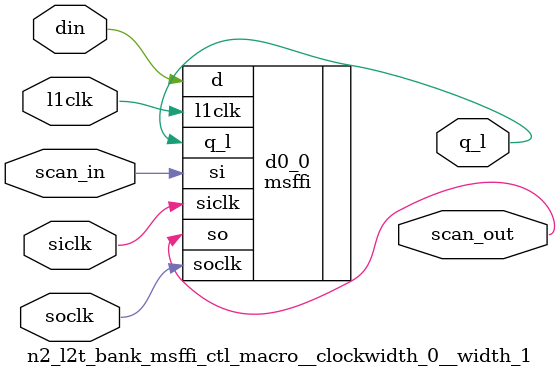
<source format=v>
`define L2T_ARR_D_WIDTH            28
`define L2T_ARR_DEPTH              512
`define WAY_HIT_WIDTH              16
`define BADREAD                	   BADBADD 



module n2_l2t_bank (
  l1clk_in, 
  scan_in, 
  clk_stop, 
  se_outff, 
  scan_en, 
  vnw_ary, 
  scan_out, 
  din, 
  index_a, 
  l2clk, 
  lkuptag_d1, 
  pce_out, 
  pce_ctl, 
  pce_ov, 
  rd_en_a, 
  reg_d_in, 
  reg_en_in, 
  reg_wen_lft, 
  reg_wen_rgt, 
  rid_lft, 
  rid_rgt, 
  tcu_aclk, 
  tcu_bclk, 
  way_a, 
  wr_en_a, 
  wr_inhibit_a, 
  reg_d, 
  reg_en, 
  tag_way0, 
  tag_way1, 
  way_hit_a);
wire l1clk_int_v1;
wire l1clk_int_v2;
wire l1clk_out0;
wire l1clk_out1;
wire se_unused;
wire siclk;
wire soclk;
wire w1_cmp27to19;
wire w1_cmp27to25;
wire w1_cmp24to22;
wire w1_cmp21to19;
wire w0_cmp27to19;
wire w0_cmp27to25;
wire w0_cmp24to22;
wire w0_cmp21to19;
wire w1_cmp18to10;
wire w1_cmp18to16;
wire w1_cmp15to13;
wire w1_cmp12to10;
wire w0_cmp18to10;
wire w0_cmp18to16;
wire w0_cmp15to13;
wire w0_cmp12to10;
wire w1_cmp9to1;
wire w1_cmp9to7;
wire w1_cmp6to4;
wire w1_cmp3to1;
wire w0_cmp9to1;
wire w0_cmp9to7;
wire w0_cmp6to4;
wire w0_cmp3to1;
wire w1_cmp27to1;
wire rd_en_d1_a;
wire w0_cmp27to1;
wire [4:0] reg_d_lft;
wire [4:0] reg_d_rgt;
wire rid_lft_b;
wire rid_rgt_b;
wire [1:0] reg_en_lft;
wire [1:0] reg_en_rgt;
wire ln1clk;
wire ln2clk;
wire wr_inhibit_a_l;
wire not_reg_wen_lft;
wire wen_clk_lft;
wire not_reg_wen_rgt;
wire wen_clk_rgt;
wire en_lft;
wire en_rgt;
wire [4:0] not_reg_d_lft;
wire [1:0] rpda_lft;
wire [3:0] rpdb_lft;
wire [3:0] rpdc_lft;
wire [4:0] not_reg_d_rgt;
wire [1:0] rpda_rgt;
wire [3:0] rpdb_rgt;
wire [3:0] rpdc_rgt;
wire [27:0] sao_mx0_h;
wire [27:0] sao_mx0_l;
wire [27:0] sao_mx1_h;
wire [27:0] sao_mx1_l;
wire [8:0] addr_b;
wire rd_en_b;
wire wr_en_b;
wire wr_en_d1_a;
wire [1:0] wr_way_b;
wire [1:0] wr_way_b_l;
wire [27:0] sao_mx1;
wire [27:0] sao_mx0;
wire reg_addr_b_8_scanin;
wire reg_addr_b_8_scanout;
wire reg_addr_b_8_unused;
wire reg_addr_b_7_scanin;
wire reg_addr_b_7_scanout;
wire reg_addr_b_7_unused;
wire reg_addr_b_6_scanin;
wire reg_addr_b_6_scanout;
wire reg_addr_b_6_unused;
wire reg_addr_b_5_scanin;
wire reg_addr_b_5_scanout;
wire reg_addr_b_5_unused;
wire reg_addr_b_4_scanin;
wire reg_addr_b_4_scanout;
wire reg_addr_b_4_unused;
wire reg_addr_b_3_scanin;
wire reg_addr_b_3_scanout;
wire reg_addr_b_3_unused;
wire reg_addr_b_2_scanin;
wire reg_addr_b_2_scanout;
wire reg_addr_b_2_unused;
wire reg_addr_b_1_scanin;
wire reg_addr_b_1_scanout;
wire reg_addr_b_1_unused;
wire reg_addr_b_0_scanin;
wire reg_addr_b_0_scanout;
wire reg_addr_b_0_unused;
wire reg_wr_way_b_scanin;
wire reg_wr_way_b_scanout;
wire reg_wr_en_b_scanin;
wire reg_wr_en_b_scanout;
wire reg_wr_en_b_unused;
wire reg_rd_en_b_scanin;
wire reg_rd_en_b_scanout;
wire reg_rd_en_b_unused;
wire reg_wr_en_a_scanin;
wire reg_wr_en_a_scanout;
wire reg_rd_en_a_scanin;
wire reg_rd_en_a_scanout;
wire reg_tag_way1_27_scanin;
wire reg_tag_way1_27_scanout;
wire reg_tag_way0_27_scanin;
wire reg_tag_way0_27_scanout;
wire reg_tag_way1_26_scanin;
wire reg_tag_way1_26_scanout;
wire reg_tag_way0_26_scanin;
wire reg_tag_way0_26_scanout;
wire reg_tag_way1_25_scanin;
wire reg_tag_way1_25_scanout;
wire reg_tag_way0_25_scanin;
wire reg_tag_way0_25_scanout;
wire reg_tag_way1_24_scanin;
wire reg_tag_way1_24_scanout;
wire reg_tag_way0_24_scanin;
wire reg_tag_way0_24_scanout;
wire reg_tag_way1_23_scanin;
wire reg_tag_way1_23_scanout;
wire reg_tag_way0_23_scanin;
wire reg_tag_way0_23_scanout;
wire reg_tag_way1_22_scanin;
wire reg_tag_way1_22_scanout;
wire reg_tag_way0_22_scanin;
wire reg_tag_way0_22_scanout;
wire reg_tag_way1_21_scanin;
wire reg_tag_way1_21_scanout;
wire reg_tag_way0_21_scanin;
wire reg_tag_way0_21_scanout;
wire reg_tag_way1_20_scanin;
wire reg_tag_way1_20_scanout;
wire reg_tag_way0_20_scanin;
wire reg_tag_way0_20_scanout;
wire reg_tag_way1_19_scanin;
wire reg_tag_way1_19_scanout;
wire reg_tag_way0_19_scanin;
wire reg_tag_way0_19_scanout;
wire reg_tag_way1_18_scanin;
wire reg_tag_way1_18_scanout;
wire reg_tag_way0_18_scanin;
wire reg_tag_way0_18_scanout;
wire reg_tag_way1_17_scanin;
wire reg_tag_way1_17_scanout;
wire reg_tag_way0_17_scanin;
wire reg_tag_way0_17_scanout;
wire reg_tag_way1_16_scanin;
wire reg_tag_way1_16_scanout;
wire reg_tag_way0_16_scanin;
wire reg_tag_way0_16_scanout;
wire reg_tag_way1_15_scanin;
wire reg_tag_way1_15_scanout;
wire reg_tag_way0_15_scanin;
wire reg_tag_way0_15_scanout;
wire reg_tag_way1_14_scanin;
wire reg_tag_way1_14_scanout;
wire reg_tag_way0_14_scanin;
wire reg_tag_way0_14_scanout;
wire reg_tag_way1_13_scanin;
wire reg_tag_way1_13_scanout;
wire reg_tag_way0_13_scanin;
wire reg_tag_way0_13_scanout;
wire reg_tag_way1_12_scanin;
wire reg_tag_way1_12_scanout;
wire reg_tag_way0_12_scanin;
wire reg_tag_way0_12_scanout;
wire reg_tag_way1_11_scanin;
wire reg_tag_way1_11_scanout;
wire reg_tag_way0_11_scanin;
wire reg_tag_way0_11_scanout;
wire reg_tag_way1_10_scanin;
wire reg_tag_way1_10_scanout;
wire reg_tag_way0_10_scanin;
wire reg_tag_way0_10_scanout;
wire reg_tag_way1_9_scanin;
wire reg_tag_way1_9_scanout;
wire reg_tag_way0_9_scanin;
wire reg_tag_way0_9_scanout;
wire reg_tag_way1_8_scanin;
wire reg_tag_way1_8_scanout;
wire reg_tag_way0_8_scanin;
wire reg_tag_way0_8_scanout;
wire reg_tag_way1_7_scanin;
wire reg_tag_way1_7_scanout;
wire reg_tag_way0_7_scanin;
wire reg_tag_way0_7_scanout;
wire reg_tag_way1_6_scanin;
wire reg_tag_way1_6_scanout;
wire reg_tag_way0_6_scanin;
wire reg_tag_way0_6_scanout;
wire reg_tag_way1_5_scanin;
wire reg_tag_way1_5_scanout;
wire reg_tag_way0_5_scanin;
wire reg_tag_way0_5_scanout;
wire reg_tag_way1_4_scanin;
wire reg_tag_way1_4_scanout;
wire reg_tag_way0_4_scanin;
wire reg_tag_way0_4_scanout;
wire reg_tag_way1_3_scanin;
wire reg_tag_way1_3_scanout;
wire reg_tag_way0_3_scanin;
wire reg_tag_way0_3_scanout;
wire reg_tag_way1_2_scanin;
wire reg_tag_way1_2_scanout;
wire reg_tag_way0_2_scanin;
wire reg_tag_way0_2_scanout;
wire reg_tag_way1_1_scanin;
wire reg_tag_way1_1_scanout;
wire reg_tag_way0_1_scanin;
wire reg_tag_way0_1_scanout;
wire reg_tag_way1_0_scanin;
wire reg_tag_way1_0_scanout;
wire reg_tag_way0_0_scanin;
wire reg_tag_way0_0_scanout;
wire reg_way_hit_a0_scanin;
wire reg_way_hit_a0_scanout;
wire reg_way_hit_a1_scanin;
wire reg_way_hit_a1_scanout;


//   input         l2clk;                  // cmp clock
input         	   l1clk_in;                  // io clock
input         	   scan_in;
input              clk_stop;
input              se_outff;
input              scan_en;
input              vnw_ary;

//   input         tcu_aclk;
//   input         tcu_bclk;
//   input         tcu_scan_en;
//   input         tcu_muxtest;
//   input         tcu_dectest;
output        scan_out;

input	[`L2T_ARR_D_WIDTH - 1:0]	din;
input   [8:0]	 			index_a;
input   	 			l2clk;
input   [`L2T_ARR_D_WIDTH - 1:1] 	lkuptag_d1;
input   	 			pce_out;
input   	 			pce_ctl;
input   	 			pce_ov;
input   	 			rd_en_a;
input   [4:0]	 			reg_d_in;
input   [1:0]	 			reg_en_in;
input   	 			reg_wen_lft;
input   	 			reg_wen_rgt;
input   	 			rid_lft;
input   	 			rid_rgt;
input   	 			tcu_aclk;
input   	 			tcu_bclk;
input   [1:0]	 			way_a;
input   	 			wr_en_a;
input   	 			wr_inhibit_a;

output  [4:0] 				reg_d;
output  [1:0] 				reg_en;
output  [`L2T_ARR_D_WIDTH - 1:0] 	tag_way0;
output  [`L2T_ARR_D_WIDTH - 1:0] 	tag_way1;
output  [1:0] 				way_hit_a;



/////////////////////////////////////////
//	   Clock Header		       //
/////////////////////////////////////////

//INTERNAL HEADER
//
n2_l2t_bank_l1clkhdr_ctl_macro clk_hdr_int_v1 (
        .l2clk  (l2clk),
        .l1en    (pce_ctl),	
        .pce_ov (pce_ov),
        .stop   (clk_stop),
	.se	(scan_en),
        .l1clk  (l1clk_int_v1));

n2_l2t_bank_l1clkhdr_ctl_macro clk_hdr_int_v2 (
        .l2clk  (l2clk),
        .l1en    (pce_ctl),	
        .pce_ov (pce_ov),
        .stop   (clk_stop),
	.se	(scan_en),
        .l1clk  (l1clk_int_v2));


//OUTPUT HEADER
//
n2_l2t_bank_l1clkhdr_ctl_macro clk_hdr_out0 (
        .l2clk  (l2clk),
        .l1en    (pce_out),	
        .pce_ov (pce_ov),
        .stop   (clk_stop),
	.se	(se_outff),
        .l1clk  (l1clk_out0));

n2_l2t_bank_l1clkhdr_ctl_macro clk_hdr_out1 (
        .l2clk  (l2clk),
        .l1en    (pce_out),	
        .pce_ov (pce_ov),
        .stop   (clk_stop),
	.se	(se_outff),
        .l1clk  (l1clk_out1));

assign		se_unused    	= se_outff;
assign          siclk 		= tcu_aclk;
assign          soclk 		= tcu_bclk;

//---------------------------------------
//	output signals
//---------------------------------------

//  Behaviourial coding for compare:
//assign way_hit_a_l[1]	= (lkuptag_d1[`L2T_ARR_D_WIDTH - 1 :1] == sao_mx1_h[`L2T_ARR_D_WIDTH - 1 :1] ) ?
//				1'b0 : 1'b1;
//assign way_hit_a_l[0]	= (lkuptag_d1[`L2T_ARR_D_WIDTH - 1 :1] == sao_mx0_h[`L2T_ARR_D_WIDTH - 1 :1] ) ?
//				1'b0 : 1'b1;

// Structural coding for 27bit compare (for two ways):
n2_l2t_bank_nor_macro__ports_3__width_1 w1_nor_cmp27to19 (
	.dout (w1_cmp27to19),
        .din0 (w1_cmp27to25),
	.din1 (w1_cmp24to22),
	.din2 (w1_cmp21to19));	

n2_l2t_bank_nor_macro__ports_3__width_1 w0_nor_cmp27to19 
	(
	.dout (w0_cmp27to19),
        .din0 (w0_cmp27to25),
	.din1 (w0_cmp24to22),
	.din2 (w0_cmp21to19));	

n2_l2t_bank_nor_macro__ports_3__width_1 w1_nor_cmp18to10 
	(
	.dout (w1_cmp18to10),
        .din0 (w1_cmp18to16),
	.din1 (w1_cmp15to13),
	.din2 (w1_cmp12to10));	

n2_l2t_bank_nor_macro__ports_3__width_1 w0_nor_cmp18to10 
	(
	.dout (w0_cmp18to10),
        .din0 (w0_cmp18to16),
	.din1 (w0_cmp15to13),
	.din2 (w0_cmp12to10));	


n2_l2t_bank_nor_macro__ports_3__width_1 w1_nor_cmp9to1 
	(
	.dout (w1_cmp9to1),
        .din0 (w1_cmp9to7),
	.din1 (w1_cmp6to4),
	.din2 (w1_cmp3to1));	


n2_l2t_bank_nor_macro__ports_3__width_1 w0_nor_cmp9to1 
	(
	.dout (w0_cmp9to1),
        .din0 (w0_cmp9to7),
	.din1 (w0_cmp6to4),
	.din2 (w0_cmp3to1));	


// Third stage nand 
//assign w1_cmp27to1  = ~(rd_en_d1_a & w1_cmp27to19 & w1_cmp18to10 & w1_cmp9to1);
//assign w0_cmp27to1  = ~(rd_en_d1_a & w0_cmp27to19 & w0_cmp18to10 & w0_cmp9to1);

n2_l2t_bank_nand_macro__ports_4__width_1 w1_nand_cmp27to1 
	(
	.dout (w1_cmp27to1),
        .din0 (rd_en_d1_a),
	.din1 (w1_cmp27to19),
	.din2 (w1_cmp18to10),
	.din3 (w1_cmp9to1));	

n2_l2t_bank_nand_macro__ports_4__width_1 w0_nand_cmp27to1 
	(
	.dout (w0_cmp27to1),
        .din0 (rd_en_d1_a),
	.din1 (w0_cmp27to19),
	.din2 (w0_cmp18to10),
	.din3 (w0_cmp9to1));	

// The mux is not explicit (check with Connie)
//assign	reg_sel[1:0]	= {rid_lft_b, rid_rgt_b};
//assign	reg_d[4:0]	= (reg_sel == 2'b10) ? reg_d_lft[4:0]  : (reg_sel == 2'b01) ? reg_d_rgt[4:0]  : 5'b00000; 
//assign	reg_en[1:0]	= (reg_sel == 2'b10) ? reg_en_lft[1:0] : (reg_sel == 2'b01) ? reg_en_rgt[1:0] : 2'b00; 

n2_l2t_bank_mux_macro__mux_aonpe__ports_2__stack_156c__width_5 mux_reg_d_lft_reg_d_rgt  
        (
        .dout   (reg_d[4:0]),
        .din0   (reg_d_lft[4:0]),
        .din1   (reg_d_rgt[4:0]),
        .sel0   (rid_lft_b),
        .sel1   (rid_rgt_b)
        );

n2_l2t_bank_mux_macro__mux_aonpe__ports_2__stack_156c__width_2 mux_reg_en_lft_reg_en_rgt  
        (
        .dout   (reg_en[1:0]),
        .din0   (reg_en_lft[1:0]),
        .din1   (reg_en_rgt[1:0]),
        .sel0   (rid_lft_b),
        .sel1   (rid_rgt_b)
        );



//---------------------------------------
//	internal signals
//---------------------------------------
assign ln1clk 		=  l1clk_int_v2;
assign ln2clk 		=  l1clk_int_v2;
//Change to structural CC
// assign wr_inhibit_a_l 	=  ~wr_inhibit_a;

n2_l2t_bank_inv_macro__width_1	inv_wr_inhibit_a   
                        (
                        .din (wr_inhibit_a),
                        .dout (wr_inhibit_a_l)
                        );

//---------------------------------------
//	Redundancy section
//---------------------------------------

//Change to structural CC
//assign wen_clk_lft	= ~((~l1clk_int_v1) && reg_wen_lft);
//assign wen_clk_rgt	= ~((~l1clk_int_v2) && reg_wen_rgt);

n2_l2t_bank_inv_macro__width_1 inv_reg_wen_lft  
                        (
                        .din (reg_wen_lft),
                        .dout (not_reg_wen_lft)
                        );

n2_l2t_bank_or_macro__ports_2__width_1 or_wen_clk_lft  
                        (
                        .din0 (l1clk_int_v1),
                        .din1 (not_reg_wen_lft),
                        .dout (wen_clk_lft)
			);
			
n2_l2t_bank_inv_macro__width_1 inv_reg_wen_rgt 
                        (
                        .din (reg_wen_rgt),
                        .dout (not_reg_wen_rgt)
                        );

n2_l2t_bank_or_macro__ports_2__width_1 or_wen_clk_rgt  
                        (
                        .din0 (l1clk_int_v2),
                        .din1 (not_reg_wen_rgt),
                        .dout (wen_clk_rgt)
			);
			

//assign en_lft		= &reg_en_lft[1:0];
//assign en_rgt		= &reg_en_rgt[1:0];

n2_l2t_bank_and_macro__ports_2__width_1 and_en_lft  
                        (
                        .din0 (reg_en_lft[0]),
                        .din1 (reg_en_lft[1]),
                        .dout (en_lft)
			);

n2_l2t_bank_and_macro__ports_2__width_1 and_en_rgt  
                        (
                        .din0 (reg_en_rgt[0]),
                        .din1 (reg_en_rgt[1]),
                        .dout (en_rgt)
			);

// Redundancy decoding :
//Change to structural CC

// LEFT SIDE 
n2_l2t_bank_inv_macro__width_5 inv_reg_d_lft  
                        (
                        .din (reg_d_lft[4:0]),
                        .dout (not_reg_d_lft[4:0])
                        );

//assign rpdb_lft[3] = en_lft && ( reg_d_lft[3]) && ( reg_d_lft[2]); 
//assign rpda_lft[1] = en_lft && ( reg_d_lft[4]); 
n2_l2t_bank_and_macro__ports_2__width_1 and_rpda_lft_1   
                        (
                        .din0 (reg_d_lft[4]),
                        .din1 (en_lft),
                        .dout (rpda_lft[1])
                        );

//assign rpda_lft[0] = en_lft && (~reg_d_lft[4]); 
n2_l2t_bank_and_macro__ports_2__width_1 and_rpda_lft_0   
                        (
                        .din0 (not_reg_d_lft[4]),
                        .din1 (en_lft),
                        .dout (rpda_lft[0])
                        );

n2_l2t_bank_and_macro__ports_3__width_1 and_rpdb_lft_3   
                        (
                        .din0 (reg_d_lft[3]),
                        .din1 (en_lft),
                        .din2 (reg_d_lft[2]),
                        .dout (rpdb_lft[3])
                        );

//assign rpdb_lft[2] = en_lft && ( reg_d_lft[3]) && (~reg_d_lft[2]); 
n2_l2t_bank_and_macro__ports_3__width_1 and_rpdb_lft_2   
                        (
                        .din0 (reg_d_lft[3]),
                        .din1 (en_lft),
                        .din2 (not_reg_d_lft[2]),
                        .dout (rpdb_lft[2])
                        );

//assign rpdb_lft[1] = en_lft && (~reg_d_lft[3]) && ( reg_d_lft[2]); 
n2_l2t_bank_and_macro__ports_3__width_1 and_rpdb_lft_1   
                        (
                        .din0 (not_reg_d_lft[3]),
                        .din1 (en_lft),
                        .din2 (reg_d_lft[2]),
                        .dout (rpdb_lft[1])
                        );

//assign rpdb_lft[0] = en_lft && (~reg_d_lft[3]) && (~reg_d_lft[2]); 
n2_l2t_bank_and_macro__ports_3__width_1 and_rpdb_lft_0   
                        (
                        .din0 (not_reg_d_lft[3]),
                        .din1 (en_lft),
                        .din2 (not_reg_d_lft[2]),
                        .dout (rpdb_lft[0])
                        );

//assign rpdc_lft[3] = en_lft && ( reg_d_lft[1]) && ( reg_d_lft[0]); 
n2_l2t_bank_and_macro__ports_3__width_1 and_rpdc_lft_3   
                        (
                        .din0 (reg_d_lft[1]),
                        .din1 (en_lft),
                        .din2 (reg_d_lft[0]),
                        .dout (rpdc_lft[3])
                        );

//assign rpdc_lft[2] = en_lft && ( reg_d_lft[1]) && (~reg_d_lft[0]); 
n2_l2t_bank_and_macro__ports_3__width_1 and_rpdc_lft_2   
                        (
                        .din0 (reg_d_lft[1]),
                        .din1 (en_lft),
                        .din2 (not_reg_d_lft[0]),
                        .dout (rpdc_lft[2])
                        );

//assign rpdc_lft[1] = en_lft && (~reg_d_lft[1]) && ( reg_d_lft[0]); 
n2_l2t_bank_and_macro__ports_3__width_1 and_rpdc_lft_1   
                        (
                        .din0 (reg_d_lft[0]),
                        .din1 (en_lft),
                        .din2 (not_reg_d_lft[1]),
                        .dout (rpdc_lft[1])
                        );

//assign rpdc_lft[0] = en_lft && (~reg_d_lft[1]) && (~reg_d_lft[0]); 
n2_l2t_bank_and_macro__ports_3__width_1 and_rpdc_lft_0   
                        (
                        .din0 (not_reg_d_lft[0]),
                        .din1 (en_lft),
                        .din2 (not_reg_d_lft[1]),
                        .dout (rpdc_lft[0])
                        );
// RIGHT SIDE 
n2_l2t_bank_inv_macro__width_5 inv_reg_d_rgt  
                        (
                        .din (reg_d_rgt[4:0]),
                        .dout (not_reg_d_rgt[4:0])
                        );

//assign rpda_rgt[1] = en_rgt && ( reg_d_rgt[4]); 
n2_l2t_bank_and_macro__ports_2__width_1 and_rpda_rgt_1   
                        (
                        .din0 (reg_d_rgt[4]),
                        .din1 (en_rgt),
                        .dout (rpda_rgt[1])
                        );

//assign rpda_rgt[0] = en_rgt && (~reg_d_rgt[4]); 
n2_l2t_bank_and_macro__ports_2__width_1 and_rpda_rgt_0   
                        (
                        .din0 (not_reg_d_rgt[4]),
                        .din1 (en_rgt),
                        .dout (rpda_rgt[0])
                        );

//assign rpdb_rgt[3] = en_rgt && ( reg_d_rgt[3]) && ( reg_d_rgt[2]); 
n2_l2t_bank_and_macro__ports_3__width_1 and_rpdb_rgt_3   
                        (
                        .din0 (reg_d_rgt[2]),
                        .din1 (en_rgt),
                        .din2 (reg_d_rgt[3]),
                        .dout (rpdb_rgt[3])
                        );

//assign rpdb_rgt[2] = en_rgt && ( reg_d_rgt[3]) && (~reg_d_rgt[2]); 
n2_l2t_bank_and_macro__ports_3__width_1 and_rpdb_rgt_2   
                        (
                        .din0 (not_reg_d_rgt[2]),
                        .din1 (en_rgt),
                        .din2 (reg_d_rgt[3]),
                        .dout (rpdb_rgt[2])
                        );

//assign rpdb_rgt[1] = en_rgt && (~reg_d_rgt[3]) && ( reg_d_rgt[2]); 
n2_l2t_bank_and_macro__ports_3__width_1 and_rpdb_rgt_1   
                        (
                        .din0 (reg_d_rgt[2]),
                        .din1 (en_rgt),
                        .din2 (not_reg_d_rgt[3]),
                        .dout (rpdb_rgt[1])
                        );

//assign rpdb_rgt[0] = en_rgt && (~reg_d_rgt[3]) && (~reg_d_rgt[2]); 
n2_l2t_bank_and_macro__ports_3__width_1 and_rpdb_rgt_0   
                        (
                        .din0 (not_reg_d_rgt[2]),
                        .din1 (en_rgt),
                        .din2 (not_reg_d_rgt[3]),
                        .dout (rpdb_rgt[0])
                        );

//assign rpdc_rgt[3] = en_rgt && ( reg_d_rgt[1]) && ( reg_d_rgt[0]); 
n2_l2t_bank_and_macro__ports_3__width_1 and_rpdc_rgt_3   
                        (
                        .din0 (reg_d_rgt[1]),
                        .din1 (en_rgt),
                        .din2 (reg_d_rgt[0]),
                        .dout (rpdc_rgt[3])
                        );

//assign rpdc_rgt[2] = en_rgt && ( reg_d_rgt[1]) && (~reg_d_rgt[0]); 
n2_l2t_bank_and_macro__ports_3__width_1 and_rpdc_rgt_2   
                        (
                        .din0 (reg_d_rgt[1]),
                        .din1 (en_rgt),
                        .din2 (not_reg_d_rgt[0]),
                        .dout (rpdc_rgt[2])
                        );

//assign rpdc_rgt[1] = en_rgt && (~reg_d_rgt[1]) && ( reg_d_rgt[0]); 
n2_l2t_bank_and_macro__ports_3__width_1 and_rpdc_rgt_1   
                        (
                        .din0 (not_reg_d_rgt[1]),
                        .din1 (en_rgt),
                        .din2 (reg_d_rgt[0]),
                        .dout (rpdc_rgt[1])
                        );

//assign rpdc_rgt[0] = en_rgt && (~reg_d_rgt[1]) && (~reg_d_rgt[0]); 
n2_l2t_bank_and_macro__ports_3__width_1 and_rpdc_rgt_0   
                        (
                        .din0 (not_reg_d_rgt[1]),
                        .din1 (en_rgt),
                        .din2 (not_reg_d_rgt[0]),
                        .dout (rpdc_rgt[0])
                        );

// ---


//assign rpda_lft[1:0]	= en_lft ? (reg_d_lft[4] ? 2'b10 : 2'b01 ): 2'b00; 
//assign rpdb_lft[3:0]	= en_lft ? ((reg_d_lft[3:2] == 2'b11) ? 4'b1000 :  
//				    (reg_d_lft[3:2] == 2'b10) ? 4'b0100 :
//				    (reg_d_lft[3:2] == 2'b01) ? 4'b0010 :
//				     				4'b0001 ) : 4'b0000;
//assign rpdc_lft[3:0]	= en_lft ? ((reg_d_lft[1:0] == 2'b11) ? 4'b1000 :  
//				    (reg_d_lft[1:0] == 2'b10) ? 4'b0100 :
//				    (reg_d_lft[1:0] == 2'b01) ? 4'b0010 :
//				     				4'b0001 ) : 4'b0000;
//assign rpda_rgt[1:0]	= en_rgt ? (reg_d_rgt[4] ? 2'b10 : 2'b01 ): 2'b00; 
//assign rpdb_rgt[3:0]	= en_rgt ? ((reg_d_rgt[3:2] == 2'b11) ? 4'b1000 :  
//				    (reg_d_rgt[3:2] == 2'b10) ? 4'b0100 :
//				    (reg_d_rgt[3:2] == 2'b01) ? 4'b0010 :
//				     				4'b0001 ) : 4'b0000;
//assign rpdc_rgt[3:0]	= en_rgt ? ((reg_d_rgt[1:0] == 2'b11) ? 4'b1000 :  
//				    (reg_d_rgt[1:0] == 2'b10) ? 4'b0100 :
//				    (reg_d_rgt[1:0] == 2'b01) ? 4'b0010 :
//				     				4'b0001 ) : 4'b0000;


//---------------------------------------
//	L2T ARRAY INSTANTIATION 
//---------------------------------------
n2_l2t_array l2t_array (/*AUTOINST*/
			// Outputs
			.sao_mx0_h	(sao_mx0_h[`L2T_ARR_D_WIDTH-1:0]),
			.sao_mx0_l	(sao_mx0_l[`L2T_ARR_D_WIDTH-1:0]),
			.sao_mx1_h	(sao_mx1_h[`L2T_ARR_D_WIDTH-1:0]),
			.sao_mx1_l	(sao_mx1_l[`L2T_ARR_D_WIDTH-1:0]),
			// Inputs
		        .vnw_ary          (vnw_ary),
			.din		(din[`L2T_ARR_D_WIDTH - 1 : 0]), // Templated
			.addr_b		(addr_b[8:0]),
			.l1clk_internal_v1(l1clk_int_v1),		 // Templated
			.l1clk_internal_v2(l1clk_int_v2),		 // Templated
			.ln1clk		(ln1clk),
			.ln2clk		(ln2clk),
			.rd_en_b	(rd_en_b),
			.rd_en_d1_a	(rd_en_d1_a),
			.rpda_lft	(rpda_lft[1:0]),
			.rpda_rgt	(rpda_rgt[1:0]),
			.rpdb_lft	(rpdb_lft[3:0]),
			.rpdb_rgt	(rpdb_rgt[3:0]),
			.rpdc_lft	(rpdc_lft[3:0]),
			.rpdc_rgt	(rpdc_rgt[3:0]),
			.w_inhibit_l	(wr_inhibit_a_l),
			.wr_en_b	(wr_en_b),
			.wr_en_d1_a	(wr_en_d1_a),
			.wr_way_b	(wr_way_b[1:0]),
			.wr_way_b_l	(wr_way_b_l[1:0]));

//---------------------------------------
//  SET RESET LATCH FOR SENSE AMP OUT
//---------------------------------------

n2_l2t_sr_latch srlatch_sao_mx1_27  (.set (sao_mx1_h[27]), .reset (sao_mx1_l[27]), .out	(sao_mx1[27]));
n2_l2t_sr_latch srlatch_sao_mx1_26  (.set (sao_mx1_h[26]), .reset (sao_mx1_l[26]), .out	(sao_mx1[26]));
n2_l2t_sr_latch srlatch_sao_mx1_25  (.set (sao_mx1_h[25]), .reset (sao_mx1_l[25]), .out	(sao_mx1[25]));
n2_l2t_sr_latch srlatch_sao_mx1_24  (.set (sao_mx1_h[24]), .reset (sao_mx1_l[24]), .out	(sao_mx1[24]));
n2_l2t_sr_latch srlatch_sao_mx1_23  (.set (sao_mx1_h[23]), .reset (sao_mx1_l[23]), .out	(sao_mx1[23]));
n2_l2t_sr_latch srlatch_sao_mx1_22  (.set (sao_mx1_h[22]), .reset (sao_mx1_l[22]), .out	(sao_mx1[22]));
n2_l2t_sr_latch srlatch_sao_mx1_21  (.set (sao_mx1_h[21]), .reset (sao_mx1_l[21]), .out	(sao_mx1[21]));
n2_l2t_sr_latch srlatch_sao_mx1_20  (.set (sao_mx1_h[20]), .reset (sao_mx1_l[20]), .out	(sao_mx1[20]));
n2_l2t_sr_latch srlatch_sao_mx1_19  (.set (sao_mx1_h[19]), .reset (sao_mx1_l[19]), .out	(sao_mx1[19]));
n2_l2t_sr_latch srlatch_sao_mx1_18  (.set (sao_mx1_h[18]), .reset (sao_mx1_l[18]), .out	(sao_mx1[18]));
n2_l2t_sr_latch srlatch_sao_mx1_17  (.set (sao_mx1_h[17]), .reset (sao_mx1_l[17]), .out	(sao_mx1[17]));
n2_l2t_sr_latch srlatch_sao_mx1_16  (.set (sao_mx1_h[16]), .reset (sao_mx1_l[16]), .out	(sao_mx1[16]));
n2_l2t_sr_latch srlatch_sao_mx1_15  (.set (sao_mx1_h[15]), .reset (sao_mx1_l[15]), .out	(sao_mx1[15]));
n2_l2t_sr_latch srlatch_sao_mx1_14  (.set (sao_mx1_h[14]), .reset (sao_mx1_l[14]), .out	(sao_mx1[14]));
n2_l2t_sr_latch srlatch_sao_mx1_13  (.set (sao_mx1_h[13]), .reset (sao_mx1_l[13]), .out	(sao_mx1[13]));
n2_l2t_sr_latch srlatch_sao_mx1_12  (.set (sao_mx1_h[12]), .reset (sao_mx1_l[12]), .out	(sao_mx1[12]));
n2_l2t_sr_latch srlatch_sao_mx1_11  (.set (sao_mx1_h[11]), .reset (sao_mx1_l[11]), .out	(sao_mx1[11]));
n2_l2t_sr_latch srlatch_sao_mx1_10  (.set (sao_mx1_h[10]), .reset (sao_mx1_l[10]), .out	(sao_mx1[10]));
n2_l2t_sr_latch srlatch_sao_mx1_9   (.set (sao_mx1_h[9]),  .reset (sao_mx1_l[9]),  .out	(sao_mx1[9]));
n2_l2t_sr_latch srlatch_sao_mx1_8   (.set (sao_mx1_h[8]),  .reset (sao_mx1_l[8]),  .out	(sao_mx1[8]));
n2_l2t_sr_latch srlatch_sao_mx1_7   (.set (sao_mx1_h[7]),  .reset (sao_mx1_l[7]),  .out	(sao_mx1[7]));
n2_l2t_sr_latch srlatch_sao_mx1_6   (.set (sao_mx1_h[6]),  .reset (sao_mx1_l[6]),  .out	(sao_mx1[6]));
n2_l2t_sr_latch srlatch_sao_mx1_5   (.set (sao_mx1_h[5]),  .reset (sao_mx1_l[5]),  .out	(sao_mx1[5]));
n2_l2t_sr_latch srlatch_sao_mx1_4   (.set (sao_mx1_h[4]),  .reset (sao_mx1_l[4]),  .out	(sao_mx1[4]));
n2_l2t_sr_latch srlatch_sao_mx1_3   (.set (sao_mx1_h[3]),  .reset (sao_mx1_l[3]),  .out	(sao_mx1[3]));
n2_l2t_sr_latch srlatch_sao_mx1_2   (.set (sao_mx1_h[2]),  .reset (sao_mx1_l[2]),  .out	(sao_mx1[2]));
n2_l2t_sr_latch srlatch_sao_mx1_1   (.set (sao_mx1_h[1]),  .reset (sao_mx1_l[1]),  .out	(sao_mx1[1]));
n2_l2t_sr_latch srlatch_sao_mx1_0   (.set (sao_mx1_h[0]),  .reset (sao_mx1_l[0 ]), .out	(sao_mx1[0]));

n2_l2t_sr_latch srlatch_sao_mx0_27  (.set (sao_mx0_h[27]), .reset (sao_mx0_l[27]), .out	(sao_mx0[27]));
n2_l2t_sr_latch srlatch_sao_mx0_26  (.set (sao_mx0_h[26]), .reset (sao_mx0_l[26]), .out	(sao_mx0[26]));
n2_l2t_sr_latch srlatch_sao_mx0_25  (.set (sao_mx0_h[25]), .reset (sao_mx0_l[25]), .out	(sao_mx0[25]));
n2_l2t_sr_latch srlatch_sao_mx0_24  (.set (sao_mx0_h[24]), .reset (sao_mx0_l[24]), .out	(sao_mx0[24]));
n2_l2t_sr_latch srlatch_sao_mx0_23  (.set (sao_mx0_h[23]), .reset (sao_mx0_l[23]), .out	(sao_mx0[23]));
n2_l2t_sr_latch srlatch_sao_mx0_22  (.set (sao_mx0_h[22]), .reset (sao_mx0_l[22]), .out	(sao_mx0[22]));
n2_l2t_sr_latch srlatch_sao_mx0_21  (.set (sao_mx0_h[21]), .reset (sao_mx0_l[21]), .out	(sao_mx0[21]));
n2_l2t_sr_latch srlatch_sao_mx0_20  (.set (sao_mx0_h[20]), .reset (sao_mx0_l[20]), .out	(sao_mx0[20]));
n2_l2t_sr_latch srlatch_sao_mx0_19  (.set (sao_mx0_h[19]), .reset (sao_mx0_l[19]), .out	(sao_mx0[19]));
n2_l2t_sr_latch srlatch_sao_mx0_18  (.set (sao_mx0_h[18]), .reset (sao_mx0_l[18]), .out	(sao_mx0[18]));
n2_l2t_sr_latch srlatch_sao_mx0_17  (.set (sao_mx0_h[17]), .reset (sao_mx0_l[17]), .out	(sao_mx0[17]));
n2_l2t_sr_latch srlatch_sao_mx0_16  (.set (sao_mx0_h[16]), .reset (sao_mx0_l[16]), .out	(sao_mx0[16]));
n2_l2t_sr_latch srlatch_sao_mx0_15  (.set (sao_mx0_h[15]), .reset (sao_mx0_l[15]), .out	(sao_mx0[15]));
n2_l2t_sr_latch srlatch_sao_mx0_14  (.set (sao_mx0_h[14]), .reset (sao_mx0_l[14]), .out	(sao_mx0[14]));
n2_l2t_sr_latch srlatch_sao_mx0_13  (.set (sao_mx0_h[13]), .reset (sao_mx0_l[13]), .out	(sao_mx0[13]));
n2_l2t_sr_latch srlatch_sao_mx0_12  (.set (sao_mx0_h[12]), .reset (sao_mx0_l[12]), .out	(sao_mx0[12]));
n2_l2t_sr_latch srlatch_sao_mx0_11  (.set (sao_mx0_h[11]), .reset (sao_mx0_l[11]), .out	(sao_mx0[11]));
n2_l2t_sr_latch srlatch_sao_mx0_10  (.set (sao_mx0_h[10]), .reset (sao_mx0_l[10]), .out	(sao_mx0[10]));
n2_l2t_sr_latch srlatch_sao_mx0_9   (.set (sao_mx0_h[9]),  .reset (sao_mx0_l[9]),  .out	(sao_mx0[9]));
n2_l2t_sr_latch srlatch_sao_mx0_8   (.set (sao_mx0_h[8]),  .reset (sao_mx0_l[8]),  .out	(sao_mx0[8]));
n2_l2t_sr_latch srlatch_sao_mx0_7   (.set (sao_mx0_h[7]),  .reset (sao_mx0_l[7]),  .out	(sao_mx0[7]));
n2_l2t_sr_latch srlatch_sao_mx0_6   (.set (sao_mx0_h[6]),  .reset (sao_mx0_l[6]),  .out	(sao_mx0[6]));
n2_l2t_sr_latch srlatch_sao_mx0_5   (.set (sao_mx0_h[5]),  .reset (sao_mx0_l[5]),  .out	(sao_mx0[5]));
n2_l2t_sr_latch srlatch_sao_mx0_4   (.set (sao_mx0_h[4]),  .reset (sao_mx0_l[4]),  .out	(sao_mx0[4]));
n2_l2t_sr_latch srlatch_sao_mx0_3   (.set (sao_mx0_h[3]),  .reset (sao_mx0_l[3]),  .out	(sao_mx0[3]));
n2_l2t_sr_latch srlatch_sao_mx0_2   (.set (sao_mx0_h[2]),  .reset (sao_mx0_l[2]),  .out	(sao_mx0[2]));
n2_l2t_sr_latch srlatch_sao_mx0_1   (.set (sao_mx0_h[1]),  .reset (sao_mx0_l[1]),  .out	(sao_mx0[1]));
n2_l2t_sr_latch srlatch_sao_mx0_0   (.set (sao_mx0_h[0]),  .reset (sao_mx0_l[0]),  .out	(sao_mx0[0]));



//---------------------------------------
//	L2T 3BIT COMPARE (FIRST STAGE)
//---------------------------------------
n2_l2t_cmp_3bx2 cmp27to25 (
			.sao_mx1_h	(sao_mx1_h[27:25]),
			.sao_mx1_l	(sao_mx1_l[27:25]),
			.sao_mx0_h	(sao_mx0_h[27:25]),
			.sao_mx0_l	(sao_mx0_l[27:25]),
			.lkuptag_d1     (lkuptag_d1[27:25]),
			.l1clk_d  	(l1clk_int_v2),
			.w1_cmp3b       (w1_cmp27to25),
			.w0_cmp3b       (w0_cmp27to25));

n2_l2t_cmp_3bx2 cmp24to22 (
			.sao_mx1_h	(sao_mx1_h[24:22]),
			.sao_mx1_l	(sao_mx1_l[24:22]),
			.sao_mx0_h	(sao_mx0_h[24:22]),
			.sao_mx0_l	(sao_mx0_l[24:22]),
			.lkuptag_d1     (lkuptag_d1[24:22]),
			.l1clk_d  	(l1clk_int_v2),
			.w1_cmp3b       (w1_cmp24to22),
			.w0_cmp3b       (w0_cmp24to22));

n2_l2t_cmp_3bx2 cmp21to19 (
			.sao_mx1_h	(sao_mx1_h[21:19]),
			.sao_mx1_l	(sao_mx1_l[21:19]),
			.sao_mx0_h	(sao_mx0_h[21:19]),
			.sao_mx0_l	(sao_mx0_l[21:19]),
			.lkuptag_d1     (lkuptag_d1[21:19]),
			.l1clk_d  	(l1clk_int_v2),
			.w1_cmp3b       (w1_cmp21to19),
			.w0_cmp3b       (w0_cmp21to19));

n2_l2t_cmp_3bx2 cmp18to16 (
			.sao_mx1_h	(sao_mx1_h[18:16]),
			.sao_mx1_l	(sao_mx1_l[18:16]),
			.sao_mx0_h	(sao_mx0_h[18:16]),
			.sao_mx0_l	(sao_mx0_l[18:16]),
			.lkuptag_d1     (lkuptag_d1[18:16]),
			.l1clk_d  	(l1clk_int_v2),
			.w1_cmp3b       (w1_cmp18to16),
			.w0_cmp3b       (w0_cmp18to16));

n2_l2t_cmp_3bx2 cmp15to13 (
			.sao_mx1_h	(sao_mx1_h[15:13]),
			.sao_mx1_l	(sao_mx1_l[15:13]),
			.sao_mx0_h	(sao_mx0_h[15:13]),
			.sao_mx0_l	(sao_mx0_l[15:13]),
			.lkuptag_d1     (lkuptag_d1[15:13]),
			.l1clk_d  	(l1clk_int_v2),
			.w1_cmp3b       (w1_cmp15to13),
			.w0_cmp3b       (w0_cmp15to13));

n2_l2t_cmp_3bx2 cmp12to10 (
			.sao_mx1_h	(sao_mx1_h[12:10]),
			.sao_mx1_l	(sao_mx1_l[12:10]),
			.sao_mx0_h	(sao_mx0_h[12:10]),
			.sao_mx0_l	(sao_mx0_l[12:10]),
			.lkuptag_d1     (lkuptag_d1[12:10]),
			.l1clk_d  	(l1clk_int_v2),
			.w1_cmp3b       (w1_cmp12to10),
			.w0_cmp3b       (w0_cmp12to10));
	
n2_l2t_cmp_3bx2 cmp9to7 (
			.sao_mx1_h	(sao_mx1_h[9:7]),
			.sao_mx1_l	(sao_mx1_l[9:7]),
			.sao_mx0_h	(sao_mx0_h[9:7]),
			.sao_mx0_l	(sao_mx0_l[9:7]),
			.lkuptag_d1     (lkuptag_d1[9:7]),
			.l1clk_d  	(l1clk_int_v2),
			.w1_cmp3b       (w1_cmp9to7),
			.w0_cmp3b       (w0_cmp9to7));
	
	
n2_l2t_cmp_3bx2 cmp6to4 (
			.sao_mx1_h	(sao_mx1_h[6:4]),
			.sao_mx1_l	(sao_mx1_l[6:4]),
			.sao_mx0_h	(sao_mx0_h[6:4]),
			.sao_mx0_l	(sao_mx0_l[6:4]),
			.lkuptag_d1     (lkuptag_d1[6:4]),
			.l1clk_d  	(l1clk_int_v2),
			.w1_cmp3b       (w1_cmp6to4),
			.w0_cmp3b       (w0_cmp6to4));
	
	
n2_l2t_cmp_3bx2 cmp3to1 (
			.sao_mx1_h	(sao_mx1_h[3:1]),
			.sao_mx1_l	(sao_mx1_l[3:1]),
			.sao_mx0_h	(sao_mx0_h[3:1]),
			.sao_mx0_l	(sao_mx0_l[3:1]),
			.lkuptag_d1     (lkuptag_d1[3:1]),
			.l1clk_d  	(l1clk_int_v2),
			.w1_cmp3b       (w1_cmp3to1),
			.w0_cmp3b       (w0_cmp3to1));
	

	
//************************************************************************
// 			REGISTERS SECTION
//************************************************************************

// INPUT FLOPS
n2_l2t_bank_tisram_blb_macro__dmsff_4x__width_2 lat_reg_en_lft  
			 	( 	
					.d_a(reg_en_in[1:0]),
					.q_b(reg_en_lft[1:0]),
					.l1clk(wen_clk_lft)
				);

n2_l2t_bank_tisram_blb_macro__dmsff_4x__width_5 lat_reg_d_lft  	
				(
					.d_a(reg_d_in[4:0]),
					.q_b(reg_d_lft[4:0]),
					.l1clk(wen_clk_lft)
				);

n2_l2t_bank_tisram_blb_macro__dmsff_4x__width_2 lat_reg_en_rgt  
				(	
					.d_a(reg_en_in[1:0]),
					.q_b(reg_en_rgt[1:0]),
					.l1clk(wen_clk_rgt)
				);

n2_l2t_bank_tisram_blb_macro__dmsff_4x__width_5 lat_reg_d_rgt  
				(
					.d_a(reg_d_in[4:0]),
					.q_b(reg_d_rgt[4:0]),
					.l1clk(wen_clk_rgt)
				);

// BLB for rid_lft and rid_rgt:

n2_l2t_bank_tisram_blb_macro__dmsff_4x__width_1 lat_rid_lft  
				(
					.d_a(rid_lft),
					.q_b(rid_lft_b),
					.l1clk(l1clk_int_v1)
				);

n2_l2t_bank_tisram_blb_macro__dmsff_4x__width_1 lat_rid_rgt  
				(
					.d_a(rid_rgt),
					.q_b(rid_rgt_b),
					.l1clk(l1clk_int_v1)
				);


n2_l2t_bank_tisram_msff_macro__width_1  reg_addr_b_8  (.scan_in (reg_addr_b_8_scanin), .scan_out(reg_addr_b_8_scanout),
                                              .latout(addr_b[8]), .latout_l(reg_addr_b_8_unused), .l1clk(l1clk_in), .d(index_a[8]),
  .siclk(siclk),
  .soclk(soclk));
n2_l2t_bank_tisram_msff_macro__width_1  reg_addr_b_7  (.scan_in (reg_addr_b_7_scanin), .scan_out(reg_addr_b_7_scanout),
                                              .latout(addr_b[7]), .latout_l(reg_addr_b_7_unused), .l1clk(l1clk_in), .d(index_a[7]),
  .siclk(siclk),
  .soclk(soclk));
n2_l2t_bank_tisram_msff_macro__width_1  reg_addr_b_6  (.scan_in (reg_addr_b_6_scanin), .scan_out(reg_addr_b_6_scanout),
                                              .latout(addr_b[6]), .latout_l(reg_addr_b_6_unused), .l1clk(l1clk_in), .d(index_a[6]),
  .siclk(siclk),
  .soclk(soclk));
n2_l2t_bank_tisram_msff_macro__width_1  reg_addr_b_5  (.scan_in (reg_addr_b_5_scanin), .scan_out(reg_addr_b_5_scanout),
                                              .latout(addr_b[5]), .latout_l(reg_addr_b_5_unused), .l1clk(l1clk_in), .d(index_a[5]),
  .siclk(siclk),
  .soclk(soclk));
n2_l2t_bank_tisram_msff_macro__width_1  reg_addr_b_4  (.scan_in (reg_addr_b_4_scanin), .scan_out(reg_addr_b_4_scanout),
                                              .latout(addr_b[4]), .latout_l(reg_addr_b_4_unused), .l1clk(l1clk_in), .d(index_a[4]),
  .siclk(siclk),
  .soclk(soclk));
n2_l2t_bank_tisram_msff_macro__width_1  reg_addr_b_3  (.scan_in (reg_addr_b_3_scanin), .scan_out(reg_addr_b_3_scanout),
                                              .latout(addr_b[3]), .latout_l(reg_addr_b_3_unused), .l1clk(l1clk_in), .d(index_a[3]),
  .siclk(siclk),
  .soclk(soclk));
n2_l2t_bank_tisram_msff_macro__width_1  reg_addr_b_2  (.scan_in (reg_addr_b_2_scanin), .scan_out(reg_addr_b_2_scanout),
                                              .latout(addr_b[2]), .latout_l(reg_addr_b_2_unused), .l1clk(l1clk_in), .d(index_a[2]),
  .siclk(siclk),
  .soclk(soclk));
n2_l2t_bank_tisram_msff_macro__width_1  reg_addr_b_1  (.scan_in (reg_addr_b_1_scanin), .scan_out(reg_addr_b_1_scanout),
                                              .latout(addr_b[1]), .latout_l(reg_addr_b_1_unused), .l1clk(l1clk_in), .d(index_a[1]),
  .siclk(siclk),
  .soclk(soclk));

n2_l2t_bank_tisram_msff_macro__width_1  reg_addr_b_0  (.scan_in (reg_addr_b_0_scanin),    .scan_out(reg_addr_b_0_scanout),
                                              .latout(addr_b[0]),   .latout_l(reg_addr_b_0_unused), .l1clk(l1clk_in), .d(index_a[0]),
  .siclk(siclk),
  .soclk(soclk));

n2_l2t_bank_tisram_msff_macro__width_2 reg_wr_way_b  (
                                        .scan_in (reg_wr_way_b_scanin),
                                        .scan_out(reg_wr_way_b_scanout),
                                        .latout  (wr_way_b[1:0]),
                                        .latout_l(wr_way_b_l[1:0]),
                                        .l1clk(l1clk_in),
                                        .d(way_a[1:0]),
  .siclk(siclk),
  .soclk(soclk));

n2_l2t_bank_tisram_msff_macro__width_1 reg_wr_en_b  (
                                        .scan_in (reg_wr_en_b_scanin),
                                        .scan_out(reg_wr_en_b_scanout),
                                        .latout(wr_en_b),
                                        .latout_l(reg_wr_en_b_unused),
                                        .l1clk(l1clk_in),
                                        .d(wr_en_a),
  .siclk(siclk),
  .soclk(soclk));

n2_l2t_bank_tisram_msff_macro__width_1 reg_rd_en_b  (
                                        .scan_in (reg_rd_en_b_scanin),
                                        .scan_out(reg_rd_en_b_scanout),
                                        .latout(rd_en_b),
                                        .latout_l(reg_rd_en_b_unused),
                                        .l1clk(l1clk_in),
                                        .d(rd_en_a),
  .siclk(siclk),
  .soclk(soclk));

n2_l2t_bank_msff_ctl_macro__width_1 	reg_wr_en_a  (
                                        .scan_in(reg_wr_en_a_scanin),
                                        .scan_out(reg_wr_en_a_scanout),
                                        .dout(wr_en_d1_a),
                                        .l1clk(l1clk_in),
                                        .din(wr_en_a),
  .siclk(siclk),
  .soclk(soclk));

n2_l2t_bank_msff_ctl_macro__width_1 	reg_rd_en_a  (
                                        .scan_in(reg_rd_en_a_scanin),
                                        .scan_out(reg_rd_en_a_scanout),
                                        .dout(rd_en_d1_a),
                                        .l1clk(l1clk_in),
                                        .din(rd_en_a),
  .siclk(siclk),
  .soclk(soclk));

//-----------------------------------------------------------
//			output
//-----------------------------------------------------------

n2_l2t_bank_msff_ctl_macro__width_1 	reg_tag_way1_27  (.scan_in(reg_tag_way1_27_scanin), .scan_out(reg_tag_way1_27_scanout),
                                           .din(sao_mx1[27]), .dout(tag_way1[27]), .l1clk(l1clk_out0),
  .siclk(siclk),
  .soclk(soclk));
n2_l2t_bank_msff_ctl_macro__width_1 	reg_tag_way0_27  (.scan_in(reg_tag_way0_27_scanin), .scan_out(reg_tag_way0_27_scanout),
                                           .din(sao_mx0[27]), .dout(tag_way0[27]), .l1clk(l1clk_out0),
  .siclk(siclk),
  .soclk(soclk));
n2_l2t_bank_msff_ctl_macro__width_1 	reg_tag_way1_26  (.scan_in(reg_tag_way1_26_scanin), .scan_out(reg_tag_way1_26_scanout),
                                           .din(sao_mx1[26]), .dout(tag_way1[26]), .l1clk(l1clk_out0),
  .siclk(siclk),
  .soclk(soclk));
n2_l2t_bank_msff_ctl_macro__width_1 	reg_tag_way0_26  (.scan_in(reg_tag_way0_26_scanin), .scan_out(reg_tag_way0_26_scanout),
                                           .din(sao_mx0[26]), .dout(tag_way0[26]), .l1clk(l1clk_out0),
  .siclk(siclk),
  .soclk(soclk));
n2_l2t_bank_msff_ctl_macro__width_1 	reg_tag_way1_25  (.scan_in(reg_tag_way1_25_scanin), .scan_out(reg_tag_way1_25_scanout),
                                           .din(sao_mx1[25]), .dout(tag_way1[25]), .l1clk(l1clk_out0),
  .siclk(siclk),
  .soclk(soclk));
n2_l2t_bank_msff_ctl_macro__width_1 	reg_tag_way0_25  (.scan_in(reg_tag_way0_25_scanin), .scan_out(reg_tag_way0_25_scanout),
                                           .din(sao_mx0[25]), .dout(tag_way0[25]), .l1clk(l1clk_out0),
  .siclk(siclk),
  .soclk(soclk));
n2_l2t_bank_msff_ctl_macro__width_1 	reg_tag_way1_24  (.scan_in(reg_tag_way1_24_scanin), .scan_out(reg_tag_way1_24_scanout),
                                           .din(sao_mx1[24]), .dout(tag_way1[24]), .l1clk(l1clk_out0),
  .siclk(siclk),
  .soclk(soclk));
n2_l2t_bank_msff_ctl_macro__width_1 	reg_tag_way0_24  (.scan_in(reg_tag_way0_24_scanin), .scan_out(reg_tag_way0_24_scanout),
                                           .din(sao_mx0[24]), .dout(tag_way0[24]), .l1clk(l1clk_out0),
  .siclk(siclk),
  .soclk(soclk));
n2_l2t_bank_msff_ctl_macro__width_1 	reg_tag_way1_23  (.scan_in(reg_tag_way1_23_scanin), .scan_out(reg_tag_way1_23_scanout),
                                           .din(sao_mx1[23]), .dout(tag_way1[23]), .l1clk(l1clk_out0),
  .siclk(siclk),
  .soclk(soclk));
n2_l2t_bank_msff_ctl_macro__width_1 	reg_tag_way0_23  (.scan_in(reg_tag_way0_23_scanin), .scan_out(reg_tag_way0_23_scanout),
                                           .din(sao_mx0[23]), .dout(tag_way0[23]), .l1clk(l1clk_out0),
  .siclk(siclk),
  .soclk(soclk));
n2_l2t_bank_msff_ctl_macro__width_1 	reg_tag_way1_22  (.scan_in(reg_tag_way1_22_scanin), .scan_out(reg_tag_way1_22_scanout),
                                           .din(sao_mx1[22]), .dout(tag_way1[22]), .l1clk(l1clk_out0),
  .siclk(siclk),
  .soclk(soclk));
n2_l2t_bank_msff_ctl_macro__width_1 	reg_tag_way0_22  (.scan_in(reg_tag_way0_22_scanin), .scan_out(reg_tag_way0_22_scanout),
                                           .din(sao_mx0[22]), .dout(tag_way0[22]), .l1clk(l1clk_out0),
  .siclk(siclk),
  .soclk(soclk));
n2_l2t_bank_msff_ctl_macro__width_1 	reg_tag_way1_21  (.scan_in(reg_tag_way1_21_scanin), .scan_out(reg_tag_way1_21_scanout),
                                           .din(sao_mx1[21]), .dout(tag_way1[21]), .l1clk(l1clk_out0),
  .siclk(siclk),
  .soclk(soclk));
n2_l2t_bank_msff_ctl_macro__width_1 	reg_tag_way0_21  (.scan_in(reg_tag_way0_21_scanin), .scan_out(reg_tag_way0_21_scanout),
                                           .din(sao_mx0[21]), .dout(tag_way0[21]), .l1clk(l1clk_out0),
  .siclk(siclk),
  .soclk(soclk));
n2_l2t_bank_msff_ctl_macro__width_1 	reg_tag_way1_20  (.scan_in(reg_tag_way1_20_scanin), .scan_out(reg_tag_way1_20_scanout),
                                           .din(sao_mx1[20]), .dout(tag_way1[20]), .l1clk(l1clk_out0),
  .siclk(siclk),
  .soclk(soclk));
n2_l2t_bank_msff_ctl_macro__width_1 	reg_tag_way0_20  (.scan_in(reg_tag_way0_20_scanin), .scan_out(reg_tag_way0_20_scanout),
                                           .din(sao_mx0[20]), .dout(tag_way0[20]), .l1clk(l1clk_out0),
  .siclk(siclk),
  .soclk(soclk));
n2_l2t_bank_msff_ctl_macro__width_1 	reg_tag_way1_19  (.scan_in(reg_tag_way1_19_scanin), .scan_out(reg_tag_way1_19_scanout),
                                           .din(sao_mx1[19]), .dout(tag_way1[19]), .l1clk(l1clk_out0),
  .siclk(siclk),
  .soclk(soclk));
n2_l2t_bank_msff_ctl_macro__width_1 	reg_tag_way0_19  (.scan_in(reg_tag_way0_19_scanin), .scan_out(reg_tag_way0_19_scanout),
                                           .din(sao_mx0[19]), .dout(tag_way0[19]), .l1clk(l1clk_out0),
  .siclk(siclk),
  .soclk(soclk));
n2_l2t_bank_msff_ctl_macro__width_1 	reg_tag_way1_18  (.scan_in(reg_tag_way1_18_scanin), .scan_out(reg_tag_way1_18_scanout),
                                           .din(sao_mx1[18]), .dout(tag_way1[18]), .l1clk(l1clk_out0),
  .siclk(siclk),
  .soclk(soclk));
n2_l2t_bank_msff_ctl_macro__width_1 	reg_tag_way0_18  (.scan_in(reg_tag_way0_18_scanin), .scan_out(reg_tag_way0_18_scanout),
                                           .din(sao_mx0[18]), .dout(tag_way0[18]), .l1clk(l1clk_out0),
  .siclk(siclk),
  .soclk(soclk));
n2_l2t_bank_msff_ctl_macro__width_1 	reg_tag_way1_17  (.scan_in(reg_tag_way1_17_scanin), .scan_out(reg_tag_way1_17_scanout),
                                           .din(sao_mx1[17]), .dout(tag_way1[17]), .l1clk(l1clk_out0),
  .siclk(siclk),
  .soclk(soclk));
n2_l2t_bank_msff_ctl_macro__width_1 	reg_tag_way0_17  (.scan_in(reg_tag_way0_17_scanin), .scan_out(reg_tag_way0_17_scanout),
                                           .din(sao_mx0[17]), .dout(tag_way0[17]), .l1clk(l1clk_out0),
  .siclk(siclk),
  .soclk(soclk));
n2_l2t_bank_msff_ctl_macro__width_1 	reg_tag_way1_16  (.scan_in(reg_tag_way1_16_scanin), .scan_out(reg_tag_way1_16_scanout),
                                           .din(sao_mx1[16]), .dout(tag_way1[16]), .l1clk(l1clk_out0),
  .siclk(siclk),
  .soclk(soclk));
n2_l2t_bank_msff_ctl_macro__width_1 	reg_tag_way0_16  (.scan_in(reg_tag_way0_16_scanin), .scan_out(reg_tag_way0_16_scanout),
                                           .din(sao_mx0[16]), .dout(tag_way0[16]), .l1clk(l1clk_out0),
  .siclk(siclk),
  .soclk(soclk));
n2_l2t_bank_msff_ctl_macro__width_1 	reg_tag_way1_15  (.scan_in(reg_tag_way1_15_scanin), .scan_out(reg_tag_way1_15_scanout),
                                           .din(sao_mx1[15]), .dout(tag_way1[15]), .l1clk(l1clk_out0),
  .siclk(siclk),
  .soclk(soclk));
n2_l2t_bank_msff_ctl_macro__width_1 	reg_tag_way0_15  (.scan_in(reg_tag_way0_15_scanin), .scan_out(reg_tag_way0_15_scanout),
                                           .din(sao_mx0[15]), .dout(tag_way0[15]), .l1clk(l1clk_out0),
  .siclk(siclk),
  .soclk(soclk));
n2_l2t_bank_msff_ctl_macro__width_1 	reg_tag_way1_14  (.scan_in(reg_tag_way1_14_scanin), .scan_out(reg_tag_way1_14_scanout),
                                           .din(sao_mx1[14]), .dout(tag_way1[14]), .l1clk(l1clk_out0),
  .siclk(siclk),
  .soclk(soclk));
n2_l2t_bank_msff_ctl_macro__width_1 	reg_tag_way0_14  (.scan_in(reg_tag_way0_14_scanin), .scan_out(reg_tag_way0_14_scanout),
                                           .din(sao_mx0[14]), .dout(tag_way0[14]), .l1clk(l1clk_out0),
  .siclk(siclk),
  .soclk(soclk));
n2_l2t_bank_msff_ctl_macro__width_1 	reg_tag_way1_13  (.scan_in(reg_tag_way1_13_scanin), .scan_out(reg_tag_way1_13_scanout),
                                           .din(sao_mx1[13]), .dout(tag_way1[13]), .l1clk(l1clk_out0),
  .siclk(siclk),
  .soclk(soclk));
n2_l2t_bank_msff_ctl_macro__width_1 	reg_tag_way0_13  (.scan_in(reg_tag_way0_13_scanin), .scan_out(reg_tag_way0_13_scanout),
                                           .din(sao_mx0[13]), .dout(tag_way0[13]), .l1clk(l1clk_out0),
  .siclk(siclk),
  .soclk(soclk));

n2_l2t_bank_msff_ctl_macro__width_1 	reg_tag_way1_12  (.scan_in(reg_tag_way1_12_scanin), .scan_out(reg_tag_way1_12_scanout),
                                           .din(sao_mx1[12]), .dout(tag_way1[12]), .l1clk(l1clk_out1),
  .siclk(siclk),
  .soclk(soclk));
n2_l2t_bank_msff_ctl_macro__width_1 	reg_tag_way0_12  (.scan_in(reg_tag_way0_12_scanin), .scan_out(reg_tag_way0_12_scanout),
                                           .din(sao_mx0[12]), .dout(tag_way0[12]), .l1clk(l1clk_out1),
  .siclk(siclk),
  .soclk(soclk));
n2_l2t_bank_msff_ctl_macro__width_1 	reg_tag_way1_11  (.scan_in(reg_tag_way1_11_scanin), .scan_out(reg_tag_way1_11_scanout),
                                           .din(sao_mx1[11]), .dout(tag_way1[11]), .l1clk(l1clk_out1),
  .siclk(siclk),
  .soclk(soclk));
n2_l2t_bank_msff_ctl_macro__width_1 	reg_tag_way0_11  (.scan_in(reg_tag_way0_11_scanin), .scan_out(reg_tag_way0_11_scanout),
                                           .din(sao_mx0[11]), .dout(tag_way0[11]), .l1clk(l1clk_out1),
  .siclk(siclk),
  .soclk(soclk));
n2_l2t_bank_msff_ctl_macro__width_1 	reg_tag_way1_10  (.scan_in(reg_tag_way1_10_scanin), .scan_out(reg_tag_way1_10_scanout),
                                           .din(sao_mx1[10]), .dout(tag_way1[10]), .l1clk(l1clk_out1),
  .siclk(siclk),
  .soclk(soclk));
n2_l2t_bank_msff_ctl_macro__width_1 	reg_tag_way0_10  (.scan_in(reg_tag_way0_10_scanin), .scan_out(reg_tag_way0_10_scanout),
                                           .din(sao_mx0[10]), .dout(tag_way0[10]), .l1clk(l1clk_out1),
  .siclk(siclk),
  .soclk(soclk));
n2_l2t_bank_msff_ctl_macro__width_1 	reg_tag_way1_9  (.scan_in(reg_tag_way1_9_scanin), .scan_out(reg_tag_way1_9_scanout),
                                           .din(sao_mx1[9]), .dout(tag_way1[9]), .l1clk(l1clk_out1),
  .siclk(siclk),
  .soclk(soclk));
n2_l2t_bank_msff_ctl_macro__width_1 	reg_tag_way0_9  (.scan_in(reg_tag_way0_9_scanin), .scan_out(reg_tag_way0_9_scanout),
                                           .din(sao_mx0[9]), .dout(tag_way0[9]), .l1clk(l1clk_out1),
  .siclk(siclk),
  .soclk(soclk));
n2_l2t_bank_msff_ctl_macro__width_1 	reg_tag_way1_8  (.scan_in(reg_tag_way1_8_scanin), .scan_out(reg_tag_way1_8_scanout),
                                           .din(sao_mx1[8]), .dout(tag_way1[8]), .l1clk(l1clk_out1),
  .siclk(siclk),
  .soclk(soclk));
n2_l2t_bank_msff_ctl_macro__width_1 	reg_tag_way0_8  (.scan_in(reg_tag_way0_8_scanin), .scan_out(reg_tag_way0_8_scanout),
                                           .din(sao_mx0[8]), .dout(tag_way0[8]), .l1clk(l1clk_out1),
  .siclk(siclk),
  .soclk(soclk));
n2_l2t_bank_msff_ctl_macro__width_1 	reg_tag_way1_7  (.scan_in(reg_tag_way1_7_scanin), .scan_out(reg_tag_way1_7_scanout),
                                           .din(sao_mx1[7]), .dout(tag_way1[7]), .l1clk(l1clk_out1),
  .siclk(siclk),
  .soclk(soclk));
n2_l2t_bank_msff_ctl_macro__width_1 	reg_tag_way0_7  (.scan_in(reg_tag_way0_7_scanin), .scan_out(reg_tag_way0_7_scanout),
                                           .din(sao_mx0[7]), .dout(tag_way0[7]), .l1clk(l1clk_out1),
  .siclk(siclk),
  .soclk(soclk));
n2_l2t_bank_msff_ctl_macro__width_1 	reg_tag_way1_6  (.scan_in(reg_tag_way1_6_scanin), .scan_out(reg_tag_way1_6_scanout),
                                           .din(sao_mx1[6]), .dout(tag_way1[6]), .l1clk(l1clk_out1),
  .siclk(siclk),
  .soclk(soclk));
n2_l2t_bank_msff_ctl_macro__width_1 	reg_tag_way0_6  (.scan_in(reg_tag_way0_6_scanin), .scan_out(reg_tag_way0_6_scanout),
                                           .din(sao_mx0[6]), .dout(tag_way0[6]), .l1clk(l1clk_out1),
  .siclk(siclk),
  .soclk(soclk));
n2_l2t_bank_msff_ctl_macro__width_1 	reg_tag_way1_5  (.scan_in(reg_tag_way1_5_scanin), .scan_out(reg_tag_way1_5_scanout),
                                           .din(sao_mx1[5]), .dout(tag_way1[5]), .l1clk(l1clk_out1),
  .siclk(siclk),
  .soclk(soclk));
n2_l2t_bank_msff_ctl_macro__width_1 	reg_tag_way0_5  (.scan_in(reg_tag_way0_5_scanin), .scan_out(reg_tag_way0_5_scanout),
                                           .din(sao_mx0[5]), .dout(tag_way0[5]), .l1clk(l1clk_out1),
  .siclk(siclk),
  .soclk(soclk));
n2_l2t_bank_msff_ctl_macro__width_1 	reg_tag_way1_4  (.scan_in(reg_tag_way1_4_scanin), .scan_out(reg_tag_way1_4_scanout),
                                           .din(sao_mx1[4]), .dout(tag_way1[4]), .l1clk(l1clk_out1),
  .siclk(siclk),
  .soclk(soclk));
n2_l2t_bank_msff_ctl_macro__width_1 	reg_tag_way0_4  (.scan_in(reg_tag_way0_4_scanin), .scan_out(reg_tag_way0_4_scanout),
                                           .din(sao_mx0[4]), .dout(tag_way0[4]), .l1clk(l1clk_out1),
  .siclk(siclk),
  .soclk(soclk));
n2_l2t_bank_msff_ctl_macro__width_1 	reg_tag_way1_3  (.scan_in(reg_tag_way1_3_scanin), .scan_out(reg_tag_way1_3_scanout),
                                           .din(sao_mx1[3]), .dout(tag_way1[3]), .l1clk(l1clk_out1),
  .siclk(siclk),
  .soclk(soclk));
n2_l2t_bank_msff_ctl_macro__width_1 	reg_tag_way0_3  (.scan_in(reg_tag_way0_3_scanin), .scan_out(reg_tag_way0_3_scanout),
                                           .din(sao_mx0[3]), .dout(tag_way0[3]), .l1clk(l1clk_out1),
  .siclk(siclk),
  .soclk(soclk));
n2_l2t_bank_msff_ctl_macro__width_1 	reg_tag_way1_2  (.scan_in(reg_tag_way1_2_scanin), .scan_out(reg_tag_way1_2_scanout),
                                           .din(sao_mx1[2]), .dout(tag_way1[2]), .l1clk(l1clk_out1),
  .siclk(siclk),
  .soclk(soclk));
n2_l2t_bank_msff_ctl_macro__width_1 	reg_tag_way0_2  (.scan_in(reg_tag_way0_2_scanin), .scan_out(reg_tag_way0_2_scanout),
                                           .din(sao_mx0[2]), .dout(tag_way0[2]), .l1clk(l1clk_out1),
  .siclk(siclk),
  .soclk(soclk));
n2_l2t_bank_msff_ctl_macro__width_1 	reg_tag_way1_1  (.scan_in(reg_tag_way1_1_scanin), .scan_out(reg_tag_way1_1_scanout),
                                           .din(sao_mx1[1]), .dout(tag_way1[1]), .l1clk(l1clk_out1),
  .siclk(siclk),
  .soclk(soclk));
n2_l2t_bank_msff_ctl_macro__width_1 	reg_tag_way0_1  (.scan_in(reg_tag_way0_1_scanin), .scan_out(reg_tag_way0_1_scanout),
                                           .din(sao_mx0[1]), .dout(tag_way0[1]), .l1clk(l1clk_out1),
  .siclk(siclk),
  .soclk(soclk));
n2_l2t_bank_msff_ctl_macro__width_1 	reg_tag_way1_0  (.scan_in(reg_tag_way1_0_scanin), .scan_out(reg_tag_way1_0_scanout),
                                           .din(sao_mx1[0]), .dout(tag_way1[0]), .l1clk(l1clk_out1),
  .siclk(siclk),
  .soclk(soclk));
n2_l2t_bank_msff_ctl_macro__width_1 	reg_tag_way0_0  (.scan_in(reg_tag_way0_0_scanin), .scan_out(reg_tag_way0_0_scanout),
                                           .din(sao_mx0[0]), .dout(tag_way0[0]), .l1clk(l1clk_out1),
  .siclk(siclk),
  .soclk(soclk));

n2_l2t_bank_msffi_ctl_macro__clockwidth_0__width_1	reg_way_hit_a0   (.scan_in(reg_way_hit_a0_scanin), .scan_out(reg_way_hit_a0_scanout),
                                        .din(w0_cmp27to1), .q_l(way_hit_a[0]), .l1clk(l1clk_out1),
  .siclk(siclk),
  .soclk(soclk));
n2_l2t_bank_msffi_ctl_macro__clockwidth_0__width_1	reg_way_hit_a1   (.scan_in(reg_way_hit_a1_scanin), .scan_out(reg_way_hit_a1_scanout),
                                        .din(w1_cmp27to1), .q_l(way_hit_a[1]), .l1clk(l1clk_out1),
  .siclk(siclk),
  .soclk(soclk));


// =============== VERILOG-MODE AUTO TEMPLATES

/*

n2_l2t_array AUTO_TEMPLATE  (
                                .din(din[`L2T_ARR_D_WIDTH - 1 : 0]),
				.l1clk_internal_v1		(l1clk_int),
				.l1clk_internal_v2		(l1clk_int),

                           );

*/
// Manual scan hookup :

assign reg_tag_way1_27_scanin    = scan_in                  ;
assign reg_tag_way0_27_scanin    = reg_tag_way1_27_scanout  ;
assign reg_tag_way1_26_scanin    = reg_tag_way0_27_scanout  ;
assign reg_tag_way0_26_scanin    = reg_tag_way1_26_scanout  ;
assign reg_tag_way1_25_scanin    = reg_tag_way0_26_scanout  ;
assign reg_tag_way0_25_scanin    = reg_tag_way1_25_scanout  ;
assign reg_tag_way1_24_scanin    = reg_tag_way0_25_scanout  ;
assign reg_tag_way0_24_scanin    = reg_tag_way1_24_scanout  ;
assign reg_tag_way1_23_scanin    = reg_tag_way0_24_scanout  ;
assign reg_tag_way0_23_scanin    = reg_tag_way1_23_scanout  ;
assign reg_tag_way1_22_scanin    = reg_tag_way0_23_scanout  ;
assign reg_tag_way0_22_scanin    = reg_tag_way1_22_scanout  ;
assign reg_tag_way1_21_scanin    = reg_tag_way0_22_scanout  ;
assign reg_tag_way0_21_scanin    = reg_tag_way1_21_scanout  ; 
assign reg_tag_way1_20_scanin    = reg_tag_way0_21_scanout  ;
assign reg_tag_way0_20_scanin    = reg_tag_way1_20_scanout  ;
assign reg_tag_way1_19_scanin    = reg_tag_way0_20_scanout  ;
assign reg_tag_way0_19_scanin    = reg_tag_way1_19_scanout  ;
assign reg_tag_way1_18_scanin    = reg_tag_way0_19_scanout  ;
assign reg_tag_way0_18_scanin    = reg_tag_way1_18_scanout  ;
assign reg_tag_way1_17_scanin    = reg_tag_way0_18_scanout  ;
assign reg_tag_way0_17_scanin    = reg_tag_way1_17_scanout  ;
assign reg_tag_way1_16_scanin    = reg_tag_way0_17_scanout  ;
assign reg_tag_way0_16_scanin    = reg_tag_way1_16_scanout  ;
assign reg_tag_way1_15_scanin    = reg_tag_way0_16_scanout  ;
assign reg_tag_way0_15_scanin    = reg_tag_way1_15_scanout  ; 
assign reg_tag_way1_14_scanin    = reg_tag_way0_15_scanout  ;
assign reg_tag_way0_14_scanin    = reg_tag_way1_14_scanout  ;
assign reg_tag_way1_13_scanin    = reg_tag_way0_14_scanout  ;
assign reg_tag_way0_13_scanin    = reg_tag_way1_13_scanout  ;
 

assign reg_way_hit_a0_scanin     = reg_tag_way0_13_scanout  ;
assign reg_way_hit_a1_scanin     = reg_way_hit_a0_scanout   ;

assign reg_addr_b_8_scanin       = reg_way_hit_a1_scanout   ;
assign reg_addr_b_7_scanin       = reg_addr_b_8_scanout  ;
assign reg_addr_b_6_scanin       = reg_addr_b_7_scanout  ;
assign reg_addr_b_5_scanin       = reg_addr_b_6_scanout  ;
assign reg_addr_b_4_scanin       = reg_addr_b_5_scanout  ;
assign reg_addr_b_3_scanin       = reg_addr_b_4_scanout  ;
assign reg_addr_b_2_scanin       = reg_addr_b_3_scanout  ;
assign reg_addr_b_1_scanin       = reg_addr_b_2_scanout  ;

assign reg_wr_way_b_scanin       = reg_addr_b_1_scanout  ;
assign reg_addr_b_0_scanin       = reg_wr_way_b_scanout     ;
assign reg_wr_en_b_scanin        = reg_addr_b_0_scanout     ;
assign reg_rd_en_b_scanin        = reg_wr_en_b_scanout      ;
assign reg_wr_en_a_scanin        = reg_rd_en_b_scanout      ;
assign reg_rd_en_a_scanin        = reg_wr_en_a_scanout      ;

assign reg_tag_way1_12_scanin    = reg_rd_en_a_scanout     ;
assign reg_tag_way0_12_scanin    = reg_tag_way1_12_scanout ;
assign reg_tag_way1_11_scanin    = reg_tag_way0_12_scanout ;
assign reg_tag_way0_11_scanin    = reg_tag_way1_11_scanout ;
assign reg_tag_way1_10_scanin    = reg_tag_way0_11_scanout ; 
assign reg_tag_way0_10_scanin    = reg_tag_way1_10_scanout ;
assign reg_tag_way1_9_scanin     = reg_tag_way0_10_scanout ;
assign reg_tag_way0_9_scanin     = reg_tag_way1_9_scanout ;
assign reg_tag_way1_8_scanin     = reg_tag_way0_9_scanout ; 
assign reg_tag_way0_8_scanin     = reg_tag_way1_8_scanout ;
assign reg_tag_way1_7_scanin     = reg_tag_way0_8_scanout ; 
assign reg_tag_way0_7_scanin     = reg_tag_way1_7_scanout ;
assign reg_tag_way1_6_scanin     = reg_tag_way0_7_scanout ;  
assign reg_tag_way0_6_scanin     = reg_tag_way1_6_scanout ;  
assign reg_tag_way1_5_scanin     = reg_tag_way0_6_scanout ; 
assign reg_tag_way0_5_scanin     = reg_tag_way1_5_scanout ;
assign reg_tag_way1_4_scanin     = reg_tag_way0_5_scanout ;   
assign reg_tag_way0_4_scanin     = reg_tag_way1_4_scanout ;   
assign reg_tag_way1_3_scanin     = reg_tag_way0_4_scanout ;  
assign reg_tag_way0_3_scanin     = reg_tag_way1_3_scanout ;  
assign reg_tag_way1_2_scanin     = reg_tag_way0_3_scanout ; 
assign reg_tag_way0_2_scanin     = reg_tag_way1_2_scanout ;   
assign reg_tag_way1_1_scanin     = reg_tag_way0_2_scanout ;  
assign reg_tag_way0_1_scanin     = reg_tag_way1_1_scanout ;  
assign reg_tag_way1_0_scanin     = reg_tag_way0_1_scanout ; 
assign reg_tag_way0_0_scanin     = reg_tag_way1_0_scanout ;  
                                  
assign scan_out                  = reg_tag_way0_0_scanout ;
endmodule








// any PARAMS parms go into naming of macro

module n2_l2t_bank_l1clkhdr_ctl_macro (
  l2clk, 
  l1en, 
  pce_ov, 
  stop, 
  se, 
  l1clk);


  input l2clk;
  input l1en;
  input pce_ov;
  input stop;
  input se;
  output l1clk;



 

cl_sc1_l1hdr_8x c_0 (


   .l2clk(l2clk),
   .pce(l1en),
   .l1clk(l1clk),
  .se(se),
  .pce_ov(pce_ov),
  .stop(stop)
);



endmodule









//
//   nor macro for ports = 2,3
//
//





module n2_l2t_bank_nor_macro__ports_3__width_1 (
  din0, 
  din1, 
  din2, 
  dout);
  input [0:0] din0;
  input [0:0] din1;
  input [0:0] din2;
  output [0:0] dout;






nor3 #(1)  d0_0 (
.in0(din0[0:0]),
.in1(din1[0:0]),
.in2(din2[0:0]),
.out(dout[0:0])
);







endmodule





//
//   nand macro for ports = 2,3,4
//
//





module n2_l2t_bank_nand_macro__ports_4__width_1 (
  din0, 
  din1, 
  din2, 
  din3, 
  dout);
  input [0:0] din0;
  input [0:0] din1;
  input [0:0] din2;
  input [0:0] din3;
  output [0:0] dout;






nand4 #(1)  d0_0 (
.in0(din0[0:0]),
.in1(din1[0:0]),
.in2(din2[0:0]),
.in3(din3[0:0]),
.out(dout[0:0])
);









endmodule





// general mux macro for pass-gate and and-or muxes with/wout priority encoders
// also for pass-gate with decoder





// any PARAMS parms go into naming of macro

module n2_l2t_bank_mux_macro__mux_aonpe__ports_2__stack_156c__width_5 (
  din0, 
  sel0, 
  din1, 
  sel1, 
  dout);
wire buffout0;
wire buffout1;

  input [4:0] din0;
  input sel0;
  input [4:0] din1;
  input sel1;
  output [4:0] dout;





cl_dp1_muxbuff2_8x  c0_0 (
 .in0(sel0),
 .in1(sel1),
 .out0(buffout0),
 .out1(buffout1)
);
mux2s #(5)  d0_0 (
  .sel0(buffout0),
  .sel1(buffout1),
  .in0(din0[4:0]),
  .in1(din1[4:0]),
.dout(dout[4:0])
);









  



endmodule


// general mux macro for pass-gate and and-or muxes with/wout priority encoders
// also for pass-gate with decoder





// any PARAMS parms go into naming of macro

module n2_l2t_bank_mux_macro__mux_aonpe__ports_2__stack_156c__width_2 (
  din0, 
  sel0, 
  din1, 
  sel1, 
  dout);
wire buffout0;
wire buffout1;

  input [1:0] din0;
  input sel0;
  input [1:0] din1;
  input sel1;
  output [1:0] dout;





cl_dp1_muxbuff2_8x  c0_0 (
 .in0(sel0),
 .in1(sel1),
 .out0(buffout0),
 .out1(buffout1)
);
mux2s #(2)  d0_0 (
  .sel0(buffout0),
  .sel1(buffout1),
  .in0(din0[1:0]),
  .in1(din1[1:0]),
.dout(dout[1:0])
);









  



endmodule


//
//   invert macro
//
//





module n2_l2t_bank_inv_macro__width_1 (
  din, 
  dout);
  input [0:0] din;
  output [0:0] dout;






inv #(1)  d0_0 (
.in(din[0:0]),
.out(dout[0:0])
);









endmodule





//  
//   or macro for ports = 2,3
//
//





module n2_l2t_bank_or_macro__ports_2__width_1 (
  din0, 
  din1, 
  dout);
  input [0:0] din0;
  input [0:0] din1;
  output [0:0] dout;






or2 #(1)  d0_0 (
.in0(din0[0:0]),
.in1(din1[0:0]),
.out(dout[0:0])
);









endmodule





//  
//   and macro for ports = 2,3,4
//
//





module n2_l2t_bank_and_macro__ports_2__width_1 (
  din0, 
  din1, 
  dout);
  input [0:0] din0;
  input [0:0] din1;
  output [0:0] dout;






and2 #(1)  d0_0 (
.in0(din0[0:0]),
.in1(din1[0:0]),
.out(dout[0:0])
);









endmodule





//
//   invert macro
//
//





module n2_l2t_bank_inv_macro__width_5 (
  din, 
  dout);
  input [4:0] din;
  output [4:0] dout;






inv #(5)  d0_0 (
.in(din[4:0]),
.out(dout[4:0])
);









endmodule





//  
//   and macro for ports = 2,3,4
//
//





module n2_l2t_bank_and_macro__ports_3__width_1 (
  din0, 
  din1, 
  din2, 
  dout);
  input [0:0] din0;
  input [0:0] din1;
  input [0:0] din2;
  output [0:0] dout;






and3 #(1)  d0_0 (
.in0(din0[0:0]),
.in1(din1[0:0]),
.in2(din2[0:0]),
.out(dout[0:0])
);









endmodule








`define L2T_ARR_D_WIDTH            28
`define L2T_ARR_DEPTH              512
`define WAY_HIT_WIDTH              16
`define BADREAD                	   BADBADD 


`define  sh_index_lft		  5'b00000
`define  sh_index_rgt		  5'b00000

module n2_l2t_array (
  din, 
  addr_b, 
  l1clk_internal_v1, 
  l1clk_internal_v2, 
  ln1clk, 
  ln2clk, 
  rd_en_b, 
  rd_en_d1_a, 
  rpda_lft, 
  rpda_rgt, 
  rpdb_lft, 
  rpdb_rgt, 
  rpdc_lft, 
  rpdc_rgt, 
  w_inhibit_l, 
  wr_en_b, 
  wr_en_d1_a, 
  wr_way_b, 
  wr_way_b_l, 
  vnw_ary, 
  sao_mx0_h, 
  sao_mx0_l, 
  sao_mx1_h, 
  sao_mx1_l);
wire ln1clk_unused;
wire ln2clk_unused;
wire l1clk_int_v2_unused;
wire rd_en_b_unused;
wire wr_en_b_unused;
wire [1:0] wr_way_b_unused;
wire l1clk_int;
wire rd_en;
wire [4:0] sf_l;
wire [4:0] sf_r;
wire shift_en_lft;
wire shift_en_rgt;
wire redundancy_en;
wire [4:0] sh_index_lft;
wire [4:0] sh_index_rgt;
wire mem_wr_en0;
wire mem_wr_en1;


//   input         l2clk;                  // cmp clock
//   input         iol2clk;                  // io clock
//   input         scan_in;
//   input         tcu_pce_ov;            // scan signals
//   input         tcu_clk_stop;
//   input         tcu_aclk;
//   input         tcu_bclk;
//   input         tcu_scan_en;
//   input         tcu_muxtest;
//   input         tcu_dectest;
//   output        scan_out;


input	[`L2T_ARR_D_WIDTH - 1:0]	din;
input	[8:0]	 			addr_b;
input		 			l1clk_internal_v1;
input		 			l1clk_internal_v2;
input		 			ln1clk;
input		 			ln2clk;
input		 			rd_en_b;
input		 			rd_en_d1_a;
input	[1:0]	 			rpda_lft;
input	[1:0]	 			rpda_rgt;
input	[3:0]	 			rpdb_lft;
input	[3:0]	 			rpdb_rgt;
input	[3:0]	 			rpdc_lft;
input	[3:0]	 			rpdc_rgt;
input		 			w_inhibit_l;
input		 			wr_en_b;
input		 			wr_en_d1_a;
input   [1:0]	 			wr_way_b;
input   [1:0]	 			wr_way_b_l;

// Added vnw_ary pin for n2 for 2.0

input                                   vnw_ary;

output  [`L2T_ARR_D_WIDTH - 1:0]	sao_mx0_h;
output  [`L2T_ARR_D_WIDTH - 1:0]	sao_mx0_l;
output  [`L2T_ARR_D_WIDTH - 1:0]	sao_mx1_h;
output  [`L2T_ARR_D_WIDTH - 1:0]	sao_mx1_l;


reg 	[`L2T_ARR_D_WIDTH + 2:0]    	mem_lft[`L2T_ARR_DEPTH - 1 :0];	//one extra bit for redundancy
reg 	[0:`L2T_ARR_D_WIDTH - 2]    	mem_rgt[`L2T_ARR_DEPTH - 1 :0];
reg 	[`L2T_ARR_D_WIDTH + 2:0]    	mem_lft_reg ;
reg 	[0:`L2T_ARR_D_WIDTH - 2]    	mem_rgt_reg ; 			// one entry of the memonry


reg  	[`L2T_ARR_D_WIDTH + 2:0]	mem_data_lft;
reg  	[0:`L2T_ARR_D_WIDTH - 2]	mem_data_rgt;

reg  	[14:0]				rdata0_lft;
reg  	[14:0]				rdata1_lft;
reg  	[0:12]				rdata0_rgt;
reg  	[0:12]				rdata1_rgt;
reg  	[30:0]				wdata_lft;
reg  	[30:0]				wdata_rgt;
reg  	[29:0]				tmp_lft;
reg  	[25:0]				tmp_rgt;

wire  	[14:0]				mem0_lft;
wire  	[14:0]				mem1_lft;
wire  	[12:0]				mem0_rgt;
wire  	[12:0]				mem1_rgt;
wire  	[30:0]				mem_all_lft;
wire  	[26:0]				mem_all_rgt;
wire  	[30:0]				rdata_out_lft;
wire  	[26:0]				rdata_out_rgt;
integer				 	i;
integer				 	j;
integer				 	l;
integer				 	k;

reg  	[`L2T_ARR_D_WIDTH - 1:0] sao_mx0_h ;	
reg  	[`L2T_ARR_D_WIDTH - 1:0] sao_mx0_l ;	
reg  	[`L2T_ARR_D_WIDTH - 1:0] sao_mx1_h ;	
reg  	[`L2T_ARR_D_WIDTH - 1:0] sao_mx1_l ;	

wire  	[`L2T_ARR_D_WIDTH - 1:0] rdata0_out ;	
wire  	[`L2T_ARR_D_WIDTH - 1:0] rdata1_out ;	
//-----------------------------------------------------------------
//	  	INITIALIZE MEMORY	
//-----------------------------------------------------------------
`ifndef NOINITMEM
initial begin
	for (i = 0; i < `L2T_ARR_DEPTH - 1; i = i + 1)
          begin
             mem_rgt[i]=27'h0;
             mem_lft[i]=31'h0;
          end
	end
`endif


//-----------------------------------------------------------------
//	  	UNUSED SIGNALS	
//-----------------------------------------------------------------
assign	ln1clk_unused		= ln1clk;
assign	ln2clk_unused		= ln2clk;
assign	l1clk_int_v2_unused	= l1clk_internal_v2;
assign	rd_en_b_unused		= rd_en_b;
assign	wr_en_b_unused		= wr_en_b;
assign	wr_way_b_unused[1:0]	= wr_way_b_l[1:0];


assign	l1clk_int		= l1clk_internal_v1;

//-----------------------------------------------------------------
//	 	OUTPUTS	
//-----------------------------------------------------------------
//
//always @ (l1clk_int or rd_en)
//  if (l1clk_int || ~rd_en)	
//    begin
//	sao_mx0_h [`L2T_ARR_D_WIDTH - 1:0] <=   28'h0;
//	sao_mx0_l [`L2T_ARR_D_WIDTH - 1:0] <=   28'h0;
//	sao_mx1_h [`L2T_ARR_D_WIDTH - 1:0] <=   28'h0;
//	sao_mx1_l [`L2T_ARR_D_WIDTH - 1:0] <=   28'h0;
//    end
//
//-----------------------------------------------------------------
//	  	INTERNAL LOGIC	
//-----------------------------------------------------------------
// Add vnw_ary high check for read operation for n2_to_2.0
// assign rd_en =  rd_en_d1_a && ~wr_en_d1_a && w_inhibit_l;
  assign rd_en =  rd_en_d1_a && ~wr_en_d1_a && w_inhibit_l && vnw_ary;

//-----------------------------------------------------------------
//			REDUNDANCY
//-----------------------------------------------------------------
// Use [511:0] way0[29] as the redundancy bit, there are total 512 redundancy
// bits. 
// Left side  :	way0_tmp[29:15] = mem0_lft[14:0]
//	       	way1_tmp[27:13] = mem1_lft[14:0]
//	       	way0_tmp[14]    = red_bit_lft     (redundancy bit)	
//	Shift mem1_lft[n] -> mem0_lft[n] , shift mem0_lft[n]->men1_rgt[n-1]
// 			 mem0_lft[0]->redundancy bit = red_bit_lft.
//
// Right side : way0_tmp[12:0] = mem0_rgt[12:0]
//	       	way1_tmp[12:0] = mem1_rgt[12:0]
//	       	way0_tmp[13]    = red_bit_rgt     (redundancy bit)	
//	Shift mem1_rgt[n] -> mem0_rgt[n] , shift mem0_rgt[n]->men1_rgt[n+1]
// 			 mem0_rgt[0]->redundancy bit = red_bit_rgt.
//
//-----------------------------------------------------------------

//-----------------------------------------------------------------
// recover the shift index from rpda, rpdb, rpdc
//-----------------------------------------------------------------
assign  sf_l[4]				= rpda_lft[1] ;
assign  sf_l[3:2]			= rpdb_lft[3] ? 2'b11 :
					  rpdb_lft[2] ? 2'b10 :
					  rpdb_lft[1] ? 2'b01 : 
					  2'b00;
assign  sf_l[1:0]			= rpdc_lft[3] ? 2'b11 :
					  rpdc_lft[2] ? 2'b10 :
					  rpdc_lft[1] ? 2'b01 : 
					  2'b00;

assign  sf_r[4]				= rpda_rgt[1] ;
assign  sf_r[3:2]			= rpdb_rgt[3] ? 2'b11 :
					  rpdb_rgt[2] ? 2'b10 :
					  rpdb_rgt[1] ? 2'b01 : 
					  2'b00;
assign  sf_r[1:0]			= rpdc_rgt[3] ? 2'b11 :
					  rpdc_rgt[2] ? 2'b10 :
					  rpdc_rgt[1] ? 2'b01 : 
					  2'b00;

assign  shift_en_lft			= (sf_l[4:0] < 5'd30) ? (|rpda_lft[1:0]) && (|rpdb_lft[3:0]) && (|rpdc_lft[3:0]) : 1'b0;
assign  shift_en_rgt			= (sf_r[4:0] < 5'd26) ? (|rpda_rgt[1:0]) && (|rpdb_rgt[3:0]) && (|rpdc_rgt[3:0]) : 1'b0;

assign  redundancy_en			= shift_en_lft || shift_en_rgt;

assign  sh_index_lft[4:0]		= shift_en_lft && (sf_l[4:0] < 5'd30) ? sf_l[4:0] : 5'b00000;
assign  sh_index_rgt[4:0]		= shift_en_rgt && (sf_r[4:0] < 5'd26) ? sf_r[4:0] : 5'b00000;



//-----------------------------------------------------------------
//		Write Arrays 
//-----------------------------------------------------------------


//--------------------------------------
//  Write Redundancy Mapping
//--------------------------------------
// Shifting of redundancy base on the sh_index_lft and sh_index_rgt

wire [14:0]	din_lft 	;
wire [0:12]	din_rgt 	;
assign din_lft[14:0]	= din[27:13];
assign din_rgt[0:12]	= din[12:0];

// Add vnw_high check for write operation (implemented for n2_to_2.0)

assign mem_wr_en0	= wr_way_b[0] &&   wr_en_b && ~rd_en_b && w_inhibit_l && wr_en_d1_a && vnw_ary;
assign mem_wr_en1	= wr_way_b[1] &&   wr_en_b && ~rd_en_b && w_inhibit_l && wr_en_d1_a && vnw_ary;




//-------left-------
always @ (sh_index_lft or  din_lft[14:0] or shift_en_lft or mem_wr_en0 or mem_wr_en1 
	  or l1clk_int or  addr_b[8:0] )


    #0

begin 


  mem_lft_reg[`L2T_ARR_D_WIDTH + 2:0] = mem_lft[addr_b] ;



// Write to redundant bit in write cycle for way0 with no redundancy
   if (l1clk_int && (~shift_en_lft) && mem_wr_en0) 
      begin	
          mem_lft_reg[0]      = din_lft[0];	
      end	  

  for (i=14; i >= 0; i=i-1)
  begin
    if (mem_wr_en0 && l1clk_int)		//way0
      begin
        if (( sh_index_lft < (2*i)) || ~shift_en_lft)
          mem_lft_reg[2*i+1]  = din_lft[i];	//no shift
	else
	 begin
          mem_lft_reg[2*i]  = din_lft[i];	// shift
	 end
      end
	  if(shift_en_lft)        
          mem_lft_reg[sh_index_lft+1]  = 1'bx;	// write "x" to bad bit
   end	//for   
	   
  for (i=14; i >= 0; i=i-1)
  begin
    if (mem_wr_en1 && l1clk_int )		//way1
      begin
        if (( sh_index_lft < (2*i + 1)) || ~shift_en_lft)
          mem_lft_reg[2*i+2]  = din_lft[i];	//no shift
	else
	begin
          mem_lft_reg[2*i+1]  = din_lft[i];	//shift
	end
      end
	  if(shift_en_lft)        
          mem_lft_reg[sh_index_lft+1]  = 1'bx;  //write "x" to bad bit 
  end	   

  if (l1clk_int)  mem_lft[addr_b] =  mem_lft_reg[`L2T_ARR_D_WIDTH + 2:0] ;


end

//-------right-------

always @ (sh_index_rgt or  din_rgt[0:12] or shift_en_rgt or mem_wr_en0 or mem_wr_en1 
	  or l1clk_int or  addr_b[8:0] )


    #0

begin 

  mem_rgt_reg[0 : `L2T_ARR_D_WIDTH - 2]  = mem_rgt[addr_b];



// Write to redundant bit in write cycle for way0 with no redundancy
   if (l1clk_int && (~shift_en_rgt) && mem_wr_en0) 
      begin	
          mem_rgt_reg[0]      = din_rgt[0];	
      end	  

  for (k=12; k >= 0; k=k-1)
  begin
    if (mem_wr_en0 && l1clk_int)		//WAY0
      begin
        if (( sh_index_rgt < (2*k )) || ~shift_en_rgt)
          mem_rgt_reg[2*k+1]  = din_rgt[k];	//no shift
	else
	 begin
          mem_rgt_reg[2*k]  = din_rgt[k];	// shift
	 end
      end
	  if(shift_en_rgt)        
          mem_rgt_reg[sh_index_rgt+1]   = 1'bx; // Write "X" to the bad bit
   end	//for   
	   
  for (k=12; k >= 0; k=k-1)
  begin
    if (mem_wr_en1 && l1clk_int )		//WAY1
      begin
        if (( sh_index_rgt < (2*k + 1)) || ~shift_en_rgt)
          mem_rgt_reg[2*k+2]  = din_rgt[k];	//no shift
	else
	 begin
          mem_rgt_reg[2*k+1]  = din_rgt[k];	// shift
	  end
      end
	  if(shift_en_rgt)        
          mem_rgt_reg[sh_index_rgt+1]   = 1'bx; // Write "X" to the bad bit
  end  //for	   

  if (l1clk_int) mem_rgt[addr_b] =  mem_rgt_reg[0 : `L2T_ARR_D_WIDTH - 2] ;



end

//-----------------------------------------------------------------
//		Read Arrays 
//-----------------------------------------------------------------

//--------------------------------------
//  Read Redundancy Mapping
//--------------------------------------


//---------Left--------------
always @ (sh_index_lft or  shift_en_lft or rd_en or l1clk_int or  addr_b[8:0] )
begin 	
  if (l1clk_int)		
  begin
  
    mem_data_lft[`L2T_ARR_D_WIDTH + 2:0] = ~rd_en ? 31'hx : mem_lft[addr_b] ;
  
  end


  if (rd_en && ~l1clk_int)


  begin	  

    for (j=14; j >= 0; j=j-1)	//WAY0	
    begin
        if (( sh_index_lft < (2*j )) || ~shift_en_lft)
	  rdata0_lft[j]	      	= mem_data_lft[2*j+1];  // no shift
	else
          rdata0_lft[j]  	= mem_data_lft[2*j];	// shift
     end	//for   
	   
    for (j=14; j >= 0; j=j-1)	//WAY1
      begin
        if (( sh_index_lft < (2*j + 1)) || ~shift_en_lft)
          rdata1_lft[j]  = mem_data_lft[2*j+2];	//no shift
	else
          rdata1_lft[j]  = mem_data_lft[2*j+1];	// shift
      end
      sao_mx0_h[27:13] =  rdata0_lft[14:0]  & {15{rd_en}};
      sao_mx0_l[27:13] = ~rdata0_lft[14:0]  & {15{rd_en}};
      sao_mx1_h[27:13] =  rdata1_lft[14:0]  & {15{rd_en}};
      sao_mx1_l[27:13] = ~rdata1_lft[14:0]  & {15{rd_en}};
  end	   
 else if(l1clk_int || ~rd_en)
	begin
	sao_mx0_h[27:13] = 15'h0;
      	sao_mx0_l[27:13] = 15'h0;
      	sao_mx1_h[27:13] = 15'h0;
      	sao_mx1_l[27:13] = 15'h0;
	end
end

//---------Right--------------

always @ (sh_index_rgt or  shift_en_rgt or rd_en or l1clk_int or  addr_b[8:0] )
	  
begin 	
  if (l1clk_int)		
  begin

    mem_data_rgt[0: `L2T_ARR_D_WIDTH - 2] = ~rd_en ? 27'hx : mem_rgt[addr_b] ;

  end 


  if (rd_en && ~l1clk_int)


    begin

    for (l=12; l >= 0; l=l-1)	//WAY0	
    begin
        if (( sh_index_rgt < (2*l)) || ~shift_en_rgt)
	  rdata0_rgt[l]	      	= mem_data_rgt[2*l+1];  // no shift
	else
          rdata0_rgt[l]  	= mem_data_rgt[2*l];	// shift
     end	//for   
	   
    for (l=12; l >= 0; l=l-1)	//WAY1
      begin
        if (( sh_index_rgt < (2*l + 1)) || ~shift_en_rgt)
          rdata1_rgt[l]  = mem_data_rgt[2*l+2];	//no shift
	else
          rdata1_rgt[l]  = mem_data_rgt[2*l+1];	// shift
      end
         sao_mx0_h[12:0] =  rdata0_rgt[0:12]  & {13{rd_en}};
         sao_mx0_l[12:0] = ~rdata0_rgt[0:12]  & {13{rd_en}};
         sao_mx1_h[12:0] =  rdata1_rgt[0:12]  & {13{rd_en}};
         sao_mx1_l[12:0] = ~rdata1_rgt[0:12]  & {13{rd_en}};
  end	   
  else if (l1clk_int || ~rd_en)
        begin
        sao_mx0_h[12:0] = 13'h0;
        sao_mx0_l[12:0] = 13'h0;
        sao_mx1_h[12:0] = 13'h0;
        sao_mx1_l[12:0] = 13'h0;
        end
end


endmodule



module n2_l2t_sr_latch (
  set, 
  reset, 
  out) ;


	input  		set;
	input  		reset;
	output 		out;

	reg 		out;

	always @(set or reset)
		begin
			if (reset) 	out=1'b0;
			else if (set)	out=1'b1;
		end
endmodule // n2_l2t_sr_latch	



// Compare sao_mx_h with lkuptag_d1, and sao_mx_l with ~lkuptag_d1. 
// Output is "0" for hit and "1" for miss

module n2_l2t_cmp_3bx2 (
  sao_mx1_h, 
  sao_mx1_l, 
  sao_mx0_h, 
  sao_mx0_l, 
  lkuptag_d1, 
  l1clk_d, 
  w1_cmp3b, 
  w0_cmp3b) ;


	input 	[2:0]	sao_mx1_h;
	input 	[2:0]	sao_mx1_l;
	input 	[2:0]	sao_mx0_h;
	input 	[2:0]	sao_mx0_l;
	input 	[2:0]	lkuptag_d1;
	input           l1clk_d;
	output          w1_cmp3b;
	output	        w0_cmp3b;

reg w1_cmp3b;
reg w0_cmp3b;

//Compare ouput is 0 for match and 1 for mismatch

	always @(l1clk_d or sao_mx1_h or sao_mx1_l or sao_mx0_h or sao_mx0_l or lkuptag_d1) 

	if (l1clk_d) // Precharge mode
           begin
             w1_cmp3b = 1'b0;
             w0_cmp3b = 1'b0;
           end		   
        else 	
	if (~l1clk_d ) // Evaluation mode 
	   begin 
	     w1_cmp3b = (lkuptag_d1[2] && sao_mx1_l[2]) || (~lkuptag_d1[2] && sao_mx1_h[2]) ||
	                (lkuptag_d1[1] && sao_mx1_l[1]) || (~lkuptag_d1[1] && sao_mx1_h[1]) ||
	                (lkuptag_d1[0] && sao_mx1_l[0]) || (~lkuptag_d1[0] && sao_mx1_h[0]);
			
	     w0_cmp3b = (lkuptag_d1[2] && sao_mx0_l[2]) || (~lkuptag_d1[2] && sao_mx0_h[2]) ||
	                (lkuptag_d1[1] && sao_mx0_l[1]) || (~lkuptag_d1[1] && sao_mx0_h[1]) ||
	                (lkuptag_d1[0] && sao_mx0_l[0]) || (~lkuptag_d1[0] && sao_mx0_h[0]);
           end
 
endmodule // n2_l2t_cmp_3bx2


//
//   macro for cl_mc1_tisram_blb_{8,4}x flops
//
//





module n2_l2t_bank_tisram_blb_macro__dmsff_4x__width_2 (
  d_a, 
  l1clk, 
  q_b);
input [1:0] d_a;
input l1clk;
output [1:0] q_b;






tisram_blb #(2)  d0_0 (
.d(d_a[1:0]),
.l1clk(l1clk),
.latout_l(q_b[1:0])
);










//place::generic_place($width,$stack,$left);

endmodule





//
//   macro for cl_mc1_tisram_blb_{8,4}x flops
//
//





module n2_l2t_bank_tisram_blb_macro__dmsff_4x__width_5 (
  d_a, 
  l1clk, 
  q_b);
input [4:0] d_a;
input l1clk;
output [4:0] q_b;






tisram_blb #(5)  d0_0 (
.d(d_a[4:0]),
.l1clk(l1clk),
.latout_l(q_b[4:0])
);










//place::generic_place($width,$stack,$left);

endmodule





//
//   macro for cl_mc1_tisram_blb_{8,4}x flops
//
//





module n2_l2t_bank_tisram_blb_macro__dmsff_4x__width_1 (
  d_a, 
  l1clk, 
  q_b);
input [0:0] d_a;
input l1clk;
output [0:0] q_b;






tisram_blb #(1)  d0_0 (
.d(d_a[0:0]),
.l1clk(l1clk),
.latout_l(q_b[0:0])
);










//place::generic_place($width,$stack,$left);

endmodule





//
//   macro for cl_mc1_tisram_msff_{16,8}x flops
//
//





module n2_l2t_bank_tisram_msff_macro__width_1 (
  d, 
  scan_in, 
  l1clk, 
  siclk, 
  soclk, 
  scan_out, 
  latout, 
  latout_l);
input [0:0] d;
  input scan_in;
input l1clk;
input siclk;
input soclk;
  output scan_out;
output [0:0] latout;
output [0:0] latout_l;






tisram_msff #(1)  d0_0 (
.d(d[0:0]),
.si(scan_in),
.so(scan_out),
.l1clk(l1clk),
.siclk(siclk),
.soclk(soclk),
.latout(latout[0:0]),
.latout_l(latout_l[0:0])
);












//place::generic_place($width,$stack,$left);

endmodule





//
//   macro for cl_mc1_tisram_msff_{16,8}x flops
//
//





module n2_l2t_bank_tisram_msff_macro__width_2 (
  d, 
  scan_in, 
  l1clk, 
  siclk, 
  soclk, 
  scan_out, 
  latout, 
  latout_l);
wire [0:0] so;

input [1:0] d;
  input scan_in;
input l1clk;
input siclk;
input soclk;
  output scan_out;
output [1:0] latout;
output [1:0] latout_l;






tisram_msff #(2)  d0_0 (
.d(d[1:0]),
.si({scan_in,so[0:0]}),
.so({so[0:0],scan_out}),
.l1clk(l1clk),
.siclk(siclk),
.soclk(soclk),
.latout(latout[1:0]),
.latout_l(latout_l[1:0])
);












//place::generic_place($width,$stack,$left);

endmodule









// any PARAMS parms go into naming of macro

module n2_l2t_bank_msff_ctl_macro__width_1 (
  din, 
  l1clk, 
  scan_in, 
  siclk, 
  soclk, 
  dout, 
  scan_out);
wire [0:0] fdin;

  input [0:0] din;
  input l1clk;
  input scan_in;


  input siclk;
  input soclk;

  output [0:0] dout;
  output scan_out;
assign fdin[0:0] = din[0:0];






dff #(1)  d0_0 (
.l1clk(l1clk),
.siclk(siclk),
.soclk(soclk),
.d(fdin[0:0]),
.si(scan_in),
.so(scan_out),
.q(dout[0:0])
);












endmodule













// any PARAMS parms go into naming of macro

module n2_l2t_bank_msffi_ctl_macro__clockwidth_0__width_1 (
  din, 
  l1clk, 
  scan_in, 
  siclk, 
  soclk, 
  q_l, 
  scan_out);
  input [0:0] din;
  input l1clk;
  input scan_in;


  input siclk;
  input soclk;

  output [0:0] q_l;
  output scan_out;






msffi #(1)  d0_0 (
.l1clk(l1clk),
.siclk(siclk),
.soclk(soclk),
.d(din[0:0]),
.si(scan_in),
.so(scan_out),
.q_l(q_l[0:0])
);












endmodule









</source>
